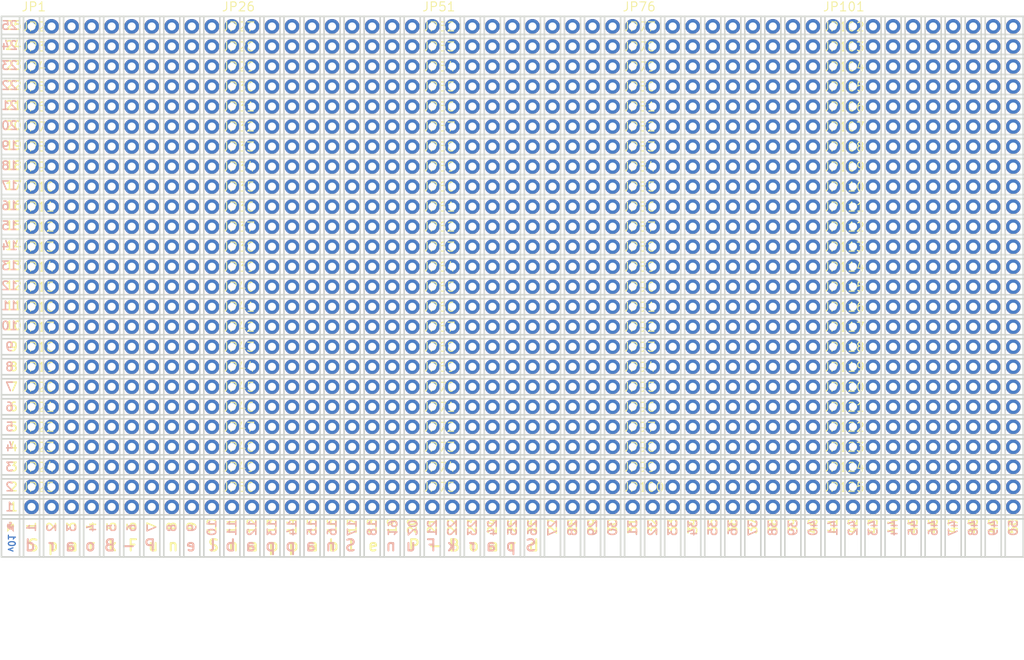
<source format=kicad_pcb>
(kicad_pcb (version 20211014) (generator pcbnew)
  (layers (0 "F.Cu" signal) (1 "In1.Cu" signal) (2 "In2.Cu" signal) (31 "B.Cu" signal) (34 "B.Paste" user) (35 "F.Paste" user) (36 "B.SilkS" user "B.Silkscreen") (37 "F.SilkS" user "F.Silkscreen") (38 "B.Mask" user) (39 "F.Mask" user) (44 "Edge.Cuts" user))
  (net 0 "")
  (footprint "boardEagle:1X10_NO_SILK" (layer "F.Cu") (at 138.3411 99.9236)
    (fp_text reference "JP62")
    (fp_text value "")
  )
  (footprint "boardEagle:1X10_NO_SILK" (layer "F.Cu") (at 189.1411 87.2236)
    (fp_text reference "JP107")
    (fp_text value "")
  )
  (footprint "boardEagle:1X10_NO_SILK" (layer "F.Cu") (at 87.5411 105.0036)
    (fp_text reference "JP14")
    (fp_text value "")
  )
  (footprint "boardEagle:1X10_NO_SILK" (layer "F.Cu") (at 112.9411 117.7036)
    (fp_text reference "JP44")
    (fp_text value "")
  )
  (footprint "boardEagle:1X10_NO_SILK" (layer "F.Cu") (at 138.3411 87.2236)
    (fp_text reference "JP57")
    (fp_text value "")
  )
  (footprint "boardEagle:1X10_NO_SILK" (layer "F.Cu") (at 112.9411 115.1636)
    (fp_text reference "JP43")
    (fp_text value "")
  )
  (footprint "boardEagle:1X10_NO_SILK" (layer "F.Cu") (at 112.9411 71.9836)
    (fp_text reference "JP26")
    (fp_text value "")
  )
  (footprint "boardEagle:1X10_NO_SILK" (layer "F.Cu") (at 87.5411 77.0636)
    (fp_text reference "JP3")
    (fp_text value "")
  )
  (footprint "boardEagle:1X10_NO_SILK" (layer "F.Cu") (at 87.5411 102.4636)
    (fp_text reference "JP13")
    (fp_text value "")
  )
  (footprint "boardEagle:1X10_NO_SILK" (layer "F.Cu") (at 112.9411 94.8436)
    (fp_text reference "JP35")
    (fp_text value "")
  )
  (footprint "boardEagle:1X10_NO_SILK" (layer "F.Cu") (at 189.1411 110.0836)
    (fp_text reference "JP116")
    (fp_text value "")
  )
  (footprint "boardEagle:1X10_NO_SILK" (layer "F.Cu") (at 138.3411 94.8436)
    (fp_text reference "JP60")
    (fp_text value "")
  )
  (footprint "boardEagle:1X10_NO_SILK" (layer "F.Cu") (at 163.7411 99.9236)
    (fp_text reference "JP87")
    (fp_text value "")
  )
  (footprint "boardEagle:1X10_NO_SILK" (layer "F.Cu") (at 87.5411 110.0836)
    (fp_text reference "JP16")
    (fp_text value "")
  )
  (footprint "boardEagle:1X10_NO_SILK" (layer "F.Cu") (at 189.1411 92.3036)
    (fp_text reference "JP109")
    (fp_text value "")
  )
  (footprint "boardEagle:1X10_NO_SILK" (layer "F.Cu") (at 87.5411 71.9836)
    (fp_text reference "JP1")
    (fp_text value "")
  )
  (footprint "boardEagle:1X10_NO_SILK" (layer "F.Cu") (at 163.7411 74.5236)
    (fp_text reference "JP77")
    (fp_text value "")
  )
  (footprint "boardEagle:1X10_NO_SILK" (layer "F.Cu") (at 138.3411 92.3036)
    (fp_text reference "JP59")
    (fp_text value "")
  )
  (footprint "boardEagle:1X10_NO_SILK" (layer "F.Cu") (at 87.5411 97.3836)
    (fp_text reference "JP11")
    (fp_text value "")
  )
  (footprint "boardEagle:1X10_NO_SILK" (layer "F.Cu") (at 138.3411 77.0636)
    (fp_text reference "JP53")
    (fp_text value "")
  )
  (footprint "boardEagle:1X10_NO_SILK" (layer "F.Cu") (at 189.1411 82.1436)
    (fp_text reference "JP105")
    (fp_text value "")
  )
  (footprint "boardEagle:1X10_NO_SILK" (layer "F.Cu") (at 87.5411 92.3036)
    (fp_text reference "JP9")
    (fp_text value "")
  )
  (footprint "boardEagle:1X10_NO_SILK" (layer "F.Cu") (at 87.5411 130.4036)
    (fp_text reference "JP24")
    (fp_text value "")
  )
  (footprint "boardEagle:1X10_NO_SILK" (layer "F.Cu") (at 138.3411 79.6036)
    (fp_text reference "JP54")
    (fp_text value "")
  )
  (footprint "boardEagle:1X10_NO_SILK" (layer "F.Cu") (at 87.5411 127.8636)
    (fp_text reference "JP23")
    (fp_text value "")
  )
  (footprint "boardEagle:1X10_NO_SILK" (layer "F.Cu") (at 163.7411 107.5436)
    (fp_text reference "JP90")
    (fp_text value "")
  )
  (footprint "boardEagle:1X10_NO_SILK" (layer "F.Cu") (at 112.9411 102.4636)
    (fp_text reference "JP38")
    (fp_text value "")
  )
  (footprint "boardEagle:1X10_NO_SILK" (layer "F.Cu") (at 163.7411 79.6036)
    (fp_text reference "JP79")
    (fp_text value "")
  )
  (footprint "boardEagle:1X10_NO_SILK" (layer "F.Cu") (at 189.1411 112.6236)
    (fp_text reference "JP117")
    (fp_text value "")
  )
  (footprint "boardEagle:1X10_NO_SILK" (layer "F.Cu") (at 87.5411 122.7836)
    (fp_text reference "JP21")
    (fp_text value "")
  )
  (footprint "boardEagle:1X10_NO_SILK" (layer "F.Cu") (at 138.3411 82.1436)
    (fp_text reference "JP55")
    (fp_text value "")
  )
  (footprint "boardEagle:1X10_NO_SILK" (layer "F.Cu") (at 87.5411 120.2436)
    (fp_text reference "JP20")
    (fp_text value "")
  )
  (footprint "boardEagle:1X10_NO_SILK" (layer "F.Cu") (at 189.1411 115.1636)
    (fp_text reference "JP118")
    (fp_text value "")
  )
  (footprint "boardEagle:1X10_NO_SILK" (layer "F.Cu") (at 189.1411 117.7036)
    (fp_text reference "JP119")
    (fp_text value "")
  )
  (footprint "boardEagle:1X10_NO_SILK" (layer "F.Cu") (at 163.7411 112.6236)
    (fp_text reference "JP92")
    (fp_text value "")
  )
  (footprint "boardEagle:1X10_NO_SILK" (layer "F.Cu") (at 87.5411 117.7036)
    (fp_text reference "JP19")
    (fp_text value "")
  )
  (footprint "boardEagle:1X10_NO_SILK" (layer "F.Cu") (at 163.7411 89.7636)
    (fp_text reference "JP83")
    (fp_text value "")
  )
  (footprint "boardEagle:1X10_NO_SILK" (layer "F.Cu") (at 163.7411 105.0036)
    (fp_text reference "JP89")
    (fp_text value "")
  )
  (footprint "boardEagle:1X10_NO_SILK" (layer "F.Cu") (at 112.9411 87.2236)
    (fp_text reference "JP32")
    (fp_text value "")
  )
  (footprint "boardEagle:1X10_NO_SILK" (layer "F.Cu") (at 112.9411 84.6836)
    (fp_text reference "JP31")
    (fp_text value "")
  )
  (footprint "boardEagle:1X10_NO_SILK" (layer "F.Cu") (at 87.5411 87.2236)
    (fp_text reference "JP7")
    (fp_text value "")
  )
  (footprint "boardEagle:1X10_NO_SILK" (layer "F.Cu") (at 189.1411 122.7836)
    (fp_text reference "JP121")
    (fp_text value "")
  )
  (footprint "boardEagle:1X10_NO_SILK" (layer "F.Cu") (at 138.3411 125.3236)
    (fp_text reference "JP72")
    (fp_text value "")
  )
  (footprint "boardEagle:1X10_NO_SILK" (layer "F.Cu") (at 189.1411 125.3236)
    (fp_text reference "JP122")
    (fp_text value "")
  )
  (footprint "boardEagle:1X10_NO_SILK" (layer "F.Cu") (at 163.7411 92.3036)
    (fp_text reference "JP84")
    (fp_text value "")
  )
  (footprint "boardEagle:1X10_NO_SILK" (layer "F.Cu") (at 112.9411 99.9236)
    (fp_text reference "JP37")
    (fp_text value "")
  )
  (footprint "boardEagle:1X10_NO_SILK" (layer "F.Cu") (at 189.1411 84.6836)
    (fp_text reference "JP106")
    (fp_text value "")
  )
  (footprint "boardEagle:1X10_NO_SILK" (layer "F.Cu") (at 138.3411 130.4036)
    (fp_text reference "JP74")
    (fp_text value "")
  )
  (footprint "boardEagle:1X10_NO_SILK" (layer "F.Cu") (at 112.9411 110.0836)
    (fp_text reference "JP41")
    (fp_text value "")
  )
  (footprint "boardEagle:1X10_NO_SILK" (layer "F.Cu") (at 87.5411 74.5236)
    (fp_text reference "JP2")
    (fp_text value "")
  )
  (footprint "boardEagle:1X10_NO_SILK" (layer "F.Cu") (at 112.9411 125.3236)
    (fp_text reference "JP47")
    (fp_text value "")
  )
  (footprint "boardEagle:1X10_NO_SILK" (layer "F.Cu") (at 163.7411 125.3236)
    (fp_text reference "JP97")
    (fp_text value "")
  )
  (footprint "boardEagle:1X10_NO_SILK" (layer "F.Cu") (at 112.9411 112.6236)
    (fp_text reference "JP42")
    (fp_text value "")
  )
  (footprint "boardEagle:1X10_NO_SILK" (layer "F.Cu") (at 87.5411 94.8436)
    (fp_text reference "JP10")
    (fp_text value "")
  )
  (footprint "boardEagle:1X10_NO_SILK" (layer "F.Cu") (at 189.1411 77.0636)
    (fp_text reference "JP103")
    (fp_text value "")
  )
  (footprint "boardEagle:1X10_NO_SILK" (layer "F.Cu") (at 189.1411 94.8436)
    (fp_text reference "JP110")
    (fp_text value "")
  )
  (footprint "boardEagle:1X10_NO_SILK" (layer "F.Cu") (at 112.9411 120.2436)
    (fp_text reference "JP45")
    (fp_text value "")
  )
  (footprint "boardEagle:1X10_NO_SILK" (layer "F.Cu") (at 163.7411 94.8436)
    (fp_text reference "JP85")
    (fp_text value "")
  )
  (footprint "boardEagle:1X10_NO_SILK" (layer "F.Cu") (at 112.9411 89.7636)
    (fp_text reference "JP33")
    (fp_text value "")
  )
  (footprint "boardEagle:1X10_NO_SILK" (layer "F.Cu") (at 112.9411 97.3836)
    (fp_text reference "JP36")
    (fp_text value "")
  )
  (footprint "boardEagle:1X10_NO_SILK" (layer "F.Cu") (at 87.5411 112.6236)
    (fp_text reference "JP17")
    (fp_text value "")
  )
  (footprint "boardEagle:1X10_NO_SILK" (layer "F.Cu") (at 189.1411 132.9436)
    (fp_text reference "JP125")
    (fp_text value "")
  )
  (footprint "boardEagle:1X10_NO_SILK" (layer "F.Cu") (at 112.9411 122.7836)
    (fp_text reference "JP46")
    (fp_text value "")
  )
  (footprint "boardEagle:1X10_NO_SILK" (layer "F.Cu") (at 163.7411 127.8636)
    (fp_text reference "JP98")
    (fp_text value "")
  )
  (footprint "boardEagle:1X10_NO_SILK" (layer "F.Cu") (at 87.5411 79.6036)
    (fp_text reference "JP4")
    (fp_text value "")
  )
  (footprint "boardEagle:1X10_NO_SILK" (layer "F.Cu") (at 112.9411 77.0636)
    (fp_text reference "JP28")
    (fp_text value "")
  )
  (footprint "boardEagle:1X10_NO_SILK" (layer "F.Cu") (at 87.5411 115.1636)
    (fp_text reference "JP18")
    (fp_text value "")
  )
  (footprint "boardEagle:1X10_NO_SILK" (layer "F.Cu") (at 138.3411 110.0836)
    (fp_text reference "JP66")
    (fp_text value "")
  )
  (footprint "boardEagle:1X10_NO_SILK" (layer "F.Cu") (at 189.1411 97.3836)
    (fp_text reference "JP111")
    (fp_text value "")
  )
  (footprint "boardEagle:1X10_NO_SILK" (layer "F.Cu") (at 138.3411 117.7036)
    (fp_text reference "JP69")
    (fp_text value "")
  )
  (footprint "boardEagle:1X10_NO_SILK" (layer "F.Cu") (at 189.1411 102.4636)
    (fp_text reference "JP113")
    (fp_text value "")
  )
  (footprint "boardEagle:1X10_NO_SILK" (layer "F.Cu") (at 112.9411 132.9436)
    (fp_text reference "JP50")
    (fp_text value "")
  )
  (footprint "boardEagle:1X10_NO_SILK" (layer "F.Cu") (at 138.3411 132.9436)
    (fp_text reference "JP75")
    (fp_text value "")
  )
  (footprint "boardEagle:1X10_NO_SILK" (layer "F.Cu") (at 138.3411 127.8636)
    (fp_text reference "JP73")
    (fp_text value "")
  )
  (footprint "boardEagle:1X10_NO_SILK" (layer "F.Cu") (at 163.7411 82.1436)
    (fp_text reference "JP80")
    (fp_text value "")
  )
  (footprint "boardEagle:1X10_NO_SILK" (layer "F.Cu") (at 163.7411 87.2236)
    (fp_text reference "JP82")
    (fp_text value "")
  )
  (footprint "boardEagle:1X10_NO_SILK" (layer "F.Cu") (at 138.3411 84.6836)
    (fp_text reference "JP56")
    (fp_text value "")
  )
  (footprint "boardEagle:1X10_NO_SILK" (layer "F.Cu") (at 112.9411 79.6036)
    (fp_text reference "JP29")
    (fp_text value "")
  )
  (footprint "boardEagle:1X10_NO_SILK" (layer "F.Cu") (at 138.3411 120.2436)
    (fp_text reference "JP70")
    (fp_text value "")
  )
  (footprint "boardEagle:1X10_NO_SILK" (layer "F.Cu") (at 138.3411 112.6236)
    (fp_text reference "JP67")
    (fp_text value "")
  )
  (footprint "boardEagle:1X10_NO_SILK" (layer "F.Cu") (at 163.7411 84.6836)
    (fp_text reference "JP81")
    (fp_text value "")
  )
  (footprint "boardEagle:1X10_NO_SILK" (layer "F.Cu") (at 138.3411 74.5236)
    (fp_text reference "JP52")
    (fp_text value "")
  )
  (footprint "boardEagle:1X10_NO_SILK" (layer "F.Cu") (at 87.5411 84.6836)
    (fp_text reference "JP6")
    (fp_text value "")
  )
  (footprint "boardEagle:1X10_NO_SILK" (layer "F.Cu") (at 112.9411 130.4036)
    (fp_text reference "JP49")
    (fp_text value "")
  )
  (footprint "boardEagle:1X10_NO_SILK" (layer "F.Cu") (at 163.7411 130.4036)
    (fp_text reference "JP99")
    (fp_text value "")
  )
  (footprint "boardEagle:1X10_NO_SILK" (layer "F.Cu") (at 87.5411 82.1436)
    (fp_text reference "JP5")
    (fp_text value "")
  )
  (footprint "boardEagle:1X10_NO_SILK" (layer "F.Cu") (at 112.9411 105.0036)
    (fp_text reference "JP39")
    (fp_text value "")
  )
  (footprint "boardEagle:1X10_NO_SILK" (layer "F.Cu") (at 112.9411 74.5236)
    (fp_text reference "JP27")
    (fp_text value "")
  )
  (footprint "boardEagle:SFE_LOGO_FLAME_.05" (layer "F.Cu") (at 84.1121 136.6266)
    (fp_text reference "LOGO1" hide)
    (fp_text value "SFE_LOGO_FLAME0.05_INCH" hide)
  )
  (footprint "boardEagle:1X10_NO_SILK" (layer "F.Cu") (at 112.9411 82.1436)
    (fp_text reference "JP30")
    (fp_text value "")
  )
  (footprint "boardEagle:1X10_NO_SILK" (layer "F.Cu") (at 87.5411 132.9436)
    (fp_text reference "JP25")
    (fp_text value "")
  )
  (footprint "boardEagle:1X10_NO_SILK" (layer "F.Cu") (at 163.7411 120.2436)
    (fp_text reference "JP95")
    (fp_text value "")
  )
  (footprint "boardEagle:1X10_NO_SILK" (layer "F.Cu") (at 189.1411 107.5436)
    (fp_text reference "JP115")
    (fp_text value "")
  )
  (footprint "boardEagle:1X10_NO_SILK" (layer "F.Cu") (at 138.3411 115.1636)
    (fp_text reference "JP68")
    (fp_text value "")
  )
  (footprint "boardEagle:1X10_NO_SILK" (layer "F.Cu") (at 163.7411 71.9836)
    (fp_text reference "JP76")
    (fp_text value "")
  )
  (footprint "boardEagle:1X10_NO_SILK" (layer "F.Cu") (at 163.7411 122.7836)
    (fp_text reference "JP96")
    (fp_text value "")
  )
  (footprint "boardEagle:1X10_NO_SILK" (layer "F.Cu") (at 138.3411 107.5436)
    (fp_text reference "JP65")
    (fp_text value "")
  )
  (footprint "boardEagle:1X10_NO_SILK" (layer "F.Cu") (at 87.5411 89.7636)
    (fp_text reference "JP8")
    (fp_text value "")
  )
  (footprint "boardEagle:1X10_NO_SILK" (layer "F.Cu") (at 87.5411 99.9236)
    (fp_text reference "JP12")
    (fp_text value "")
  )
  (footprint "boardEagle:1X10_NO_SILK" (layer "F.Cu") (at 112.9411 92.3036)
    (fp_text reference "JP34")
    (fp_text value "")
  )
  (footprint "boardEagle:1X10_NO_SILK" (layer "F.Cu") (at 163.7411 132.9436)
    (fp_text reference "JP100")
    (fp_text value "")
  )
  (footprint "boardEagle:1X10_NO_SILK" (layer "F.Cu") (at 189.1411 71.9836)
    (fp_text reference "JP101")
    (fp_text value "")
  )
  (footprint "boardEagle:1X10_NO_SILK" (layer "F.Cu") (at 138.3411 71.9836)
    (fp_text reference "JP51")
    (fp_text value "")
  )
  (footprint "boardEagle:1X10_NO_SILK" (layer "F.Cu") (at 189.1411 89.7636)
    (fp_text reference "JP108")
    (fp_text value "")
  )
  (footprint "boardEagle:1X10_NO_SILK" (layer "F.Cu") (at 189.1411 105.0036)
    (fp_text reference "JP114")
    (fp_text value "")
  )
  (footprint "boardEagle:1X10_NO_SILK" (layer "F.Cu") (at 163.7411 102.4636)
    (fp_text reference "JP88")
    (fp_text value "")
  )
  (footprint "boardEagle:1X10_NO_SILK" (layer "F.Cu") (at 138.3411 89.7636)
    (fp_text reference "JP58")
    (fp_text value "")
  )
  (footprint "boardEagle:1X10_NO_SILK" (layer "F.Cu") (at 163.7411 97.3836)
    (fp_text reference "JP86")
    (fp_text value "")
  )
  (footprint "boardEagle:1X10_NO_SILK" (layer "F.Cu") (at 189.1411 127.8636)
    (fp_text reference "JP123")
    (fp_text value "")
  )
  (footprint "boardEagle:1X10_NO_SILK" (layer "F.Cu") (at 189.1411 99.9236)
    (fp_text reference "JP112")
    (fp_text value "")
  )
  (footprint "boardEagle:1X10_NO_SILK" (layer "F.Cu") (at 163.7411 77.0636)
    (fp_text reference "JP78")
    (fp_text value "")
  )
  (footprint "boardEagle:1X10_NO_SILK" (layer "F.Cu") (at 138.3411 122.7836)
    (fp_text reference "JP71")
    (fp_text value "")
  )
  (footprint "boardEagle:1X10_NO_SILK" (layer "F.Cu") (at 189.1411 79.6036)
    (fp_text reference "JP104")
    (fp_text value "")
  )
  (footprint "boardEagle:1X10_NO_SILK" (layer "F.Cu") (at 189.1411 130.4036)
    (fp_text reference "JP124")
    (fp_text value "")
  )
  (footprint "boardEagle:1X10_NO_SILK" (layer "F.Cu") (at 189.1411 74.5236)
    (fp_text reference "JP102")
    (fp_text value "")
  )
  (footprint "boardEagle:1X10_NO_SILK" (layer "F.Cu") (at 112.9411 107.5436)
    (fp_text reference "JP40")
    (fp_text value "")
  )
  (footprint "boardEagle:1X10_NO_SILK" (layer "F.Cu") (at 87.5411 107.5436)
    (fp_text reference "JP15")
    (fp_text value "")
  )
  (footprint "boardEagle:CREATIVE_COMMONS" (layer "F.Cu") (at 106.5911 151.9936)
    (fp_text reference "FRAME1" hide)
    (fp_text value "FRAME-LEDGER" hide)
  )
  (footprint "boardEagle:1X10_NO_SILK" (layer "F.Cu") (at 163.7411 117.7036)
    (fp_text reference "JP94")
    (fp_text value "")
  )
  (footprint "boardEagle:1X10_NO_SILK" (layer "F.Cu") (at 163.7411 115.1636)
    (fp_text reference "JP93")
    (fp_text value "")
  )
  (footprint "boardEagle:1X10_NO_SILK" (layer "F.Cu") (at 87.5411 125.3236)
    (fp_text reference "JP22")
    (fp_text value "")
  )
  (footprint "boardEagle:1X10_NO_SILK" (layer "F.Cu") (at 138.3411 97.3836)
    (fp_text reference "JP61")
    (fp_text value "")
  )
  (footprint "boardEagle:1X10_NO_SILK" (layer "F.Cu") (at 138.3411 102.4636)
    (fp_text reference "JP63")
    (fp_text value "")
  )
  (footprint "boardEagle:1X10_NO_SILK" (layer "F.Cu") (at 138.3411 105.0036)
    (fp_text reference "JP64")
    (fp_text value "")
  )
  (footprint "boardEagle:1X10_NO_SILK" (layer "F.Cu") (at 163.7411 110.0836)
    (fp_text reference "JP91")
    (fp_text value "")
  )
  (footprint "boardEagle:1X10_NO_SILK" (layer "F.Cu") (at 112.9411 127.8636)
    (fp_text reference "JP48")
    (fp_text value "")
  )
  (footprint "boardEagle:1X10_NO_SILK" (layer "F.Cu") (at 189.1411 120.2436)
    (fp_text reference "JP120")
    (fp_text value "")
  )
  (footprint "boardEagle:SFE_LOGO_FLAME_.05" (layer "B.Cu") (at 85.6361 136.6266 180)
    (fp_text reference "LOGO2" hide)
    (fp_text value "SFE_LOGO_FLAME0.05_INCH" hide)
  )
  (gr_line (start 177.9651 70.7136) (end 179.9971 70.7136) (layer "Edge.Cuts") (width 0.2032))
  (gr_line (start 164.7571 139.2936) (end 164.7571 70.7136) (layer "Edge.Cuts") (width 0.2032))
  (gr_line (start 142.4051 139.2936) (end 141.8971 139.2936) (layer "Edge.Cuts") (width 0.2032))
  (gr_line (start 83.7311 88.7476) (end 213.2711 88.7476) (layer "Edge.Cuts") (width 0.2032))
  (gr_line (start 213.2711 81.1276) (end 213.2711 83.1596) (layer "Edge.Cuts") (width 0.2032))
  (gr_line (start 83.7311 116.1796) (end 213.2711 116.1796) (layer "Edge.Cuts") (width 0.2032))
  (gr_line (start 213.2711 131.4196) (end 213.2711 131.9276) (layer "Edge.Cuts") (width 0.2032))
  (gr_line (start 203.3651 139.2936) (end 202.8571 139.2936) (layer "Edge.Cuts") (width 0.2032))
  (gr_line (start 119.5451 70.7136) (end 119.5451 139.2936) (layer "Edge.Cuts") (width 0.2032))
  (gr_line (start 132.2451 70.7136) (end 132.2451 139.2936) (layer "Edge.Cuts") (width 0.2032))
  (gr_line (start 86.5251 70.7136) (end 88.5571 70.7136) (layer "Edge.Cuts") (width 0.2032))
  (gr_line (start 108.8771 70.7136) (end 109.3851 70.7136) (layer "Edge.Cuts") (width 0.2032))
  (gr_line (start 152.5651 70.7136) (end 154.5971 70.7136) (layer "Edge.Cuts") (width 0.2032))
  (gr_line (start 162.7251 70.7136) (end 164.7571 70.7136) (layer "Edge.Cuts") (width 0.2032))
  (gr_line (start 83.7311 108.5596) (end 83.7311 106.5276) (layer "Edge.Cuts") (width 0.2032))
  (gr_line (start 213.2711 119.2276) (end 213.2711 121.2596) (layer "Edge.Cuts") (width 0.2032))
  (gr_line (start 154.5971 139.2936) (end 152.5651 139.2936) (layer "Edge.Cuts") (width 0.2032))
  (gr_line (start 213.2711 88.2396) (end 213.2711 88.7476) (layer "Edge.Cuts") (width 0.2032))
  (gr_line (start 131.7371 139.2936) (end 131.7371 70.7136) (layer "Edge.Cuts") (width 0.2032))
  (gr_line (start 213.2711 126.3396) (end 213.2711 126.8476) (layer "Edge.Cuts") (width 0.2032))
  (gr_line (start 185.5851 70.7136) (end 187.6171 70.7136) (layer "Edge.Cuts") (width 0.2032))
  (gr_line (start 195.2371 70.7136) (end 195.7451 70.7136) (layer "Edge.Cuts") (width 0.2032))
  (gr_line (start 203.3651 70.7136) (end 205.3971 70.7136) (layer "Edge.Cuts") (width 0.2032))
  (gr_line (start 129.1971 70.7136) (end 129.7051 70.7136) (layer "Edge.Cuts") (width 0.2032))
  (gr_line (start 213.2711 88.7476) (end 213.2711 90.7796) (layer "Edge.Cuts") (width 0.2032))
  (gr_line (start 83.7311 93.3196) (end 83.7311 91.2876) (layer "Edge.Cuts") (width 0.2032))
  (gr_line (start 111.4171 70.7136) (end 111.9251 70.7136) (layer "Edge.Cuts") (width 0.2032))
  (gr_line (start 83.7311 76.0476) (end 213.2711 76.0476) (layer "Edge.Cuts") (width 0.2032))
  (gr_line (start 147.4851 70.7136) (end 147.4851 139.2936) (layer "Edge.Cuts") (width 0.2032))
  (gr_line (start 193.2051 70.7136) (end 195.2371 70.7136) (layer "Edge.Cuts") (width 0.2032))
  (gr_line (start 117.0051 70.7136) (end 117.0051 139.2936) (layer "Edge.Cuts") (width 0.2032))
  (gr_line (start 213.2711 83.6676) (end 213.2711 85.6996) (layer "Edge.Cuts") (width 0.2032))
  (gr_line (start 213.2711 72.9996) (end 213.2711 73.5076) (layer "Edge.Cuts") (width 0.2032))
  (gr_line (start 179.9971 139.2936) (end 177.9651 139.2936) (layer "Edge.Cuts") (width 0.2032))
  (gr_line (start 93.6371 70.7136) (end 94.1451 70.7136) (layer "Edge.Cuts") (width 0.2032))
  (gr_line (start 165.2651 70.7136) (end 167.2971 70.7136) (layer "Edge.Cuts") (width 0.2032))
  (gr_line (start 150.0251 139.2936) (end 149.5171 139.2936) (layer "Edge.Cuts") (width 0.2032))
  (gr_line (start 208.4451 70.7136) (end 210.4771 70.7136) (layer "Edge.Cuts") (width 0.2032))
  (gr_line (start 86.5251 70.7136) (end 86.5251 139.2936) (layer "Edge.Cuts") (width 0.2032))
  (gr_line (start 208.4451 139.2936) (end 207.9371 139.2936) (layer "Edge.Cuts") (width 0.2032))
  (gr_line (start 114.4651 139.2936) (end 113.9571 139.2936) (layer "Edge.Cuts") (width 0.2032))
  (gr_line (start 83.7311 72.9996) (end 83.7311 70.7136) (layer "Edge.Cuts") (width 0.2032))
  (gr_line (start 190.6651 70.7136) (end 192.6971 70.7136) (layer "Edge.Cuts") (width 0.2032))
  (gr_line (start 139.3571 139.2936) (end 137.3251 139.2936) (layer "Edge.Cuts") (width 0.2032))
  (gr_line (start 101.2571 70.7136) (end 101.7651 70.7136) (layer "Edge.Cuts") (width 0.2032))
  (gr_line (start 213.2711 95.8596) (end 213.2711 96.3676) (layer "Edge.Cuts") (width 0.2032))
  (gr_line (start 136.8171 139.2936) (end 136.8171 70.7136) (layer "Edge.Cuts") (width 0.2032))
  (gr_line (start 129.7051 139.2936) (end 129.1971 139.2936) (layer "Edge.Cuts") (width 0.2032))
  (gr_line (start 113.9571 139.2936) (end 113.9571 70.7136) (layer "Edge.Cuts") (width 0.2032))
  (gr_line (start 190.6651 139.2936) (end 190.1571 139.2936) (layer "Edge.Cuts") (width 0.2032))
  (gr_line (start 83.7311 103.4796) (end 83.7311 101.4476) (layer "Edge.Cuts") (width 0.2032))
  (gr_line (start 210.4771 70.7136) (end 210.9851 70.7136) (layer "Edge.Cuts") (width 0.2032))
  (gr_line (start 180.5051 70.7136) (end 180.5051 139.2936) (layer "Edge.Cuts") (width 0.2032))
  (gr_line (start 213.2711 78.5876) (end 213.2711 80.6196) (layer "Edge.Cuts") (width 0.2032))
  (gr_line (start 167.2971 139.2936) (end 165.2651 139.2936) (layer "Edge.Cuts") (width 0.2032))
  (gr_line (start 177.4571 139.2936) (end 177.4571 70.7136) (layer "Edge.Cuts") (width 0.2032))
  (gr_line (start 126.6571 70.7136) (end 127.1651 70.7136) (layer "Edge.Cuts") (width 0.2032))
  (gr_line (start 188.1251 70.7136) (end 190.1571 70.7136) (layer "Edge.Cuts") (width 0.2032))
  (gr_line (start 200.8251 139.2936) (end 200.3171 139.2936) (layer "Edge.Cuts") (width 0.2032))
  (gr_line (start 109.3851 70.7136) (end 111.4171 70.7136) (layer "Edge.Cuts") (width 0.2032))
  (gr_line (start 170.3451 70.7136) (end 170.3451 139.2936) (layer "Edge.Cuts") (width 0.2032))
  (gr_line (start 164.7571 139.2936) (end 162.7251 139.2936) (layer "Edge.Cuts") (width 0.2032))
  (gr_line (start 83.7311 111.6076) (end 83.7311 111.0996) (layer "Edge.Cuts") (width 0.2032))
  (gr_line (start 162.7251 139.2936) (end 162.2171 139.2936) (layer "Edge.Cuts") (width 0.2032))
  (gr_line (start 96.1771 70.7136) (end 96.6851 70.7136) (layer "Edge.Cuts") (width 0.2032))
  (gr_line (start 83.7311 83.1596) (end 213.2711 83.1596) (layer "Edge.Cuts") (width 0.2032))
  (gr_line (start 83.7311 103.9876) (end 213.2711 103.9876) (layer "Edge.Cuts") (width 0.2032))
  (gr_line (start 83.7311 126.3396) (end 83.7311 124.3076) (layer "Edge.Cuts") (width 0.2032))
  (gr_line (start 83.7311 139.2936) (end 83.7311 134.4676) (layer "Edge.Cuts") (width 0.2032))
  (gr_line (start 88.5571 70.7136) (end 89.0651 70.7136) (layer "Edge.Cuts") (width 0.2032))
  (gr_line (start 101.7651 70.7136) (end 101.7651 139.2936) (layer "Edge.Cuts") (width 0.2032))
  (gr_line (start 139.3571 139.2936) (end 139.3571 70.7136) (layer "Edge.Cuts") (width 0.2032))
  (gr_line (start 86.0171 139.2936) (end 86.0171 70.7136) (layer "Edge.Cuts") (width 0.2032))
  (gr_line (start 83.7311 98.9076) (end 213.2711 98.9076) (layer "Edge.Cuts") (width 0.2032))
  (gr_line (start 213.2711 73.5076) (end 213.2711 75.5396) (layer "Edge.Cuts") (width 0.2032))
  (gr_line (start 172.3771 139.2936) (end 170.3451 139.2936) (layer "Edge.Cuts") (width 0.2032))
  (gr_line (start 106.3371 139.2936) (end 106.3371 70.7136) (layer "Edge.Cuts") (width 0.2032))
  (gr_line (start 83.7311 78.5876) (end 213.2711 78.5876) (layer "Edge.Cuts") (width 0.2032))
  (gr_line (start 83.7311 86.2076) (end 213.2711 86.2076) (layer "Edge.Cuts") (width 0.2032))
  (gr_line (start 152.0571 139.2936) (end 150.0251 139.2936) (layer "Edge.Cuts") (width 0.2032))
  (gr_line (start 137.3251 70.7136) (end 139.3571 70.7136) (layer "Edge.Cuts") (width 0.2032))
  (gr_line (start 83.7311 119.2276) (end 213.2711 119.2276) (layer "Edge.Cuts") (width 0.2032))
  (gr_line (start 101.2571 139.2936) (end 101.2571 70.7136) (layer "Edge.Cuts") (width 0.2032))
  (gr_line (start 207.9371 139.2936) (end 207.9371 70.7136) (layer "Edge.Cuts") (width 0.2032))
  (gr_line (start 213.2711 100.9396) (end 213.2711 101.4476) (layer "Edge.Cuts") (width 0.2032))
  (gr_line (start 83.7311 103.9876) (end 83.7311 103.4796) (layer "Edge.Cuts") (width 0.2032))
  (gr_line (start 175.4251 70.7136) (end 177.4571 70.7136) (layer "Edge.Cuts") (width 0.2032))
  (gr_line (start 89.0651 139.2936) (end 88.5571 139.2936) (layer "Edge.Cuts") (width 0.2032))
  (gr_line (start 106.3371 70.7136) (end 106.8451 70.7136) (layer "Edge.Cuts") (width 0.2032))
  (gr_line (start 195.2371 139.2936) (end 195.2371 70.7136) (layer "Edge.Cuts") (width 0.2032))
  (gr_line (start 91.6051 139.2936) (end 91.0971 139.2936) (layer "Edge.Cuts") (width 0.2032))
  (gr_line (start 159.6771 139.2936) (end 157.6451 139.2936) (layer "Edge.Cuts") (width 0.2032))
  (gr_line (start 111.9251 139.2936) (end 111.4171 139.2936) (layer "Edge.Cuts") (width 0.2032))
  (gr_line (start 149.5171 139.2936) (end 147.4851 139.2936) (layer "Edge.Cuts") (width 0.2032))
  (gr_line (start 83.7311 78.5876) (end 83.7311 78.0796) (layer "Edge.Cuts") (width 0.2032))
  (gr_line (start 152.0571 139.2936) (end 152.0571 70.7136) (layer "Edge.Cuts") (width 0.2032))
  (gr_line (start 83.7311 101.4476) (end 83.7311 100.9396) (layer "Edge.Cuts") (width 0.2032))
  (gr_line (start 83.7311 98.3996) (end 213.2711 98.3996) (layer "Edge.Cuts") (width 0.2032))
  (gr_line (start 185.0771 139.2936) (end 185.0771 70.7136) (layer "Edge.Cuts") (width 0.2032))
  (gr_line (start 205.9051 70.7136) (end 205.9051 139.2936) (layer "Edge.Cuts") (width 0.2032))
  (gr_line (start 83.7311 109.0676) (end 83.7311 108.5596) (layer "Edge.Cuts") (width 0.2032))
  (gr_line (start 94.1451 70.7136) (end 96.1771 70.7136) (layer "Edge.Cuts") (width 0.2032))
  (gr_line (start 83.7311 121.2596) (end 213.2711 121.2596) (layer "Edge.Cuts") (width 0.2032))
  (gr_line (start 152.5651 139.2936) (end 152.0571 139.2936) (layer "Edge.Cuts") (width 0.2032))
  (gr_line (start 144.9451 139.2936) (end 144.4371 139.2936) (layer "Edge.Cuts") (width 0.2032))
  (gr_line (start 162.2171 70.7136) (end 162.7251 70.7136) (layer "Edge.Cuts") (width 0.2032))
  (gr_line (start 172.3771 70.7136) (end 172.8851 70.7136) (layer "Edge.Cuts") (width 0.2032))
  (gr_line (start 213.2711 101.4476) (end 213.2711 103.4796) (layer "Edge.Cuts") (width 0.2032))
  (gr_line (start 146.9771 70.7136) (end 147.4851 70.7136) (layer "Edge.Cuts") (width 0.2032))
  (gr_line (start 121.5771 70.7136) (end 122.0851 70.7136) (layer "Edge.Cuts") (width 0.2032))
  (gr_line (start 139.3571 70.7136) (end 139.8651 70.7136) (layer "Edge.Cuts") (width 0.2032))
  (gr_line (start 83.7311 108.5596) (end 213.2711 108.5596) (layer "Edge.Cuts") (width 0.2032))
  (gr_line (start 210.4771 139.2936) (end 210.4771 70.7136) (layer "Edge.Cuts") (width 0.2032))
  (gr_line (start 182.5371 139.2936) (end 182.5371 70.7136) (layer "Edge.Cuts") (width 0.2032))
  (gr_line (start 213.2711 133.9596) (end 213.2711 134.4676) (layer "Edge.Cuts") (width 0.2032))
  (gr_line (start 213.2711 123.7996) (end 213.2711 124.3076) (layer "Edge.Cuts") (width 0.2032))
  (gr_line (start 213.2711 103.9876) (end 213.2711 106.0196) (layer "Edge.Cuts") (width 0.2032))
  (gr_line (start 200.8251 70.7136) (end 202.8571 70.7136) (layer "Edge.Cuts") (width 0.2032))
  (gr_line (start 83.7311 95.8596) (end 83.7311 93.8276) (layer "Edge.Cuts") (width 0.2032))
  (gr_line (start 213.2711 103.4796) (end 213.2711 103.9876) (layer "Edge.Cuts") (width 0.2032))
  (gr_line (start 177.4571 139.2936) (end 175.4251 139.2936) (layer "Edge.Cuts") (width 0.2032))
  (gr_line (start 213.2711 113.6396) (end 213.2711 114.1476) (layer "Edge.Cuts") (width 0.2032))
  (gr_line (start 83.7311 100.9396) (end 83.7311 98.9076) (layer "Edge.Cuts") (width 0.2032))
  (gr_line (start 192.6971 139.2936) (end 190.6651 139.2936) (layer "Edge.Cuts") (width 0.2032))
  (gr_line (start 162.2171 139.2936) (end 160.1851 139.2936) (layer "Edge.Cuts") (width 0.2032))
  (gr_line (start 137.3251 70.7136) (end 137.3251 139.2936) (layer "Edge.Cuts") (width 0.2032))
  (gr_line (start 83.7311 126.8476) (end 213.2711 126.8476) (layer "Edge.Cuts") (width 0.2032))
  (gr_line (start 83.7311 88.2396) (end 83.7311 86.2076) (layer "Edge.Cuts") (width 0.2032))
  (gr_line (start 141.8971 139.2936) (end 139.8651 139.2936) (layer "Edge.Cuts") (width 0.2032))
  (gr_line (start 152.5651 70.7136) (end 152.5651 139.2936) (layer "Edge.Cuts") (width 0.2032))
  (gr_line (start 159.6771 70.7136) (end 160.1851 70.7136) (layer "Edge.Cuts") (width 0.2032))
  (gr_line (start 200.3171 139.2936) (end 200.3171 70.7136) (layer "Edge.Cuts") (width 0.2032))
  (gr_line (start 172.8851 70.7136) (end 172.8851 139.2936) (layer "Edge.Cuts") (width 0.2032))
  (gr_line (start 83.7311 111.0996) (end 213.2711 111.0996) (layer "Edge.Cuts") (width 0.2032))
  (gr_line (start 83.7311 131.9276) (end 83.7311 131.4196) (layer "Edge.Cuts") (width 0.2032))
  (gr_line (start 177.9651 139.2936) (end 177.4571 139.2936) (layer "Edge.Cuts") (width 0.2032))
  (gr_line (start 210.9851 70.7136) (end 213.2711 70.7136) (layer "Edge.Cuts") (width 0.2032))
  (gr_line (start 188.1251 139.2936) (end 187.6171 139.2936) (layer "Edge.Cuts") (width 0.2032))
  (gr_line (start 195.7451 139.2936) (end 195.2371 139.2936) (layer "Edge.Cuts") (width 0.2032))
  (gr_line (start 205.3971 70.7136) (end 205.9051 70.7136) (layer "Edge.Cuts") (width 0.2032))
  (gr_line (start 117.0051 70.7136) (end 119.0371 70.7136) (layer "Edge.Cuts") (width 0.2032))
  (gr_line (start 83.7311 101.4476) (end 213.2711 101.4476) (layer "Edge.Cuts") (width 0.2032))
  (gr_line (start 91.0971 70.7136) (end 91.6051 70.7136) (layer "Edge.Cuts") (width 0.2032))
  (gr_line (start 183.0451 139.2936) (end 182.5371 139.2936) (layer "Edge.Cuts") (width 0.2032))
  (gr_line (start 83.7311 91.2876) (end 83.7311 90.7796) (layer "Edge.Cuts") (width 0.2032))
  (gr_line (start 167.8051 139.2936) (end 167.2971 139.2936) (layer "Edge.Cuts") (width 0.2032))
  (gr_line (start 190.6651 70.7136) (end 190.6651 139.2936) (layer "Edge.Cuts") (width 0.2032))
  (gr_line (start 213.2711 121.2596) (end 213.2711 121.7676) (layer "Edge.Cuts") (width 0.2032))
  (gr_line (start 200.8251 70.7136) (end 200.8251 139.2936) (layer "Edge.Cuts") (width 0.2032))
  (gr_line (start 150.0251 70.7136) (end 152.0571 70.7136) (layer "Edge.Cuts") (width 0.2032))
  (gr_line (start 162.7251 70.7136) (end 162.7251 139.2936) (layer "Edge.Cuts") (width 0.2032))
  (gr_line (start 179.9971 139.2936) (end 179.9971 70.7136) (layer "Edge.Cuts") (width 0.2032))
  (gr_line (start 131.7371 139.2936) (end 129.7051 139.2936) (layer "Edge.Cuts") (width 0.2032))
  (gr_line (start 195.2371 139.2936) (end 193.2051 139.2936) (layer "Edge.Cuts") (width 0.2032))
  (gr_line (start 119.0371 139.2936) (end 119.0371 70.7136) (layer "Edge.Cuts") (width 0.2032))
  (gr_line (start 89.0651 70.7136) (end 91.0971 70.7136) (layer "Edge.Cuts") (width 0.2032))
  (gr_line (start 193.2051 139.2936) (end 192.6971 139.2936) (layer "Edge.Cuts") (width 0.2032))
  (gr_line (start 213.2711 114.1476) (end 213.2711 116.1796) (layer "Edge.Cuts") (width 0.2032))
  (gr_line (start 213.2711 134.4676) (end 213.2711 139.2936) (layer "Edge.Cuts") (width 0.2032))
  (gr_line (start 89.0651 70.7136) (end 89.0651 139.2936) (layer "Edge.Cuts") (width 0.2032))
  (gr_line (start 160.1851 70.7136) (end 160.1851 139.2936) (layer "Edge.Cuts") (width 0.2032))
  (gr_line (start 213.2711 116.1796) (end 213.2711 116.6876) (layer "Edge.Cuts") (width 0.2032))
  (gr_line (start 88.5571 139.2936) (end 88.5571 70.7136) (layer "Edge.Cuts") (width 0.2032))
  (gr_line (start 96.1771 139.2936) (end 96.1771 70.7136) (layer "Edge.Cuts") (width 0.2032))
  (gr_line (start 169.8371 70.7136) (end 170.3451 70.7136) (layer "Edge.Cuts") (width 0.2032))
  (gr_line (start 213.2711 96.3676) (end 213.2711 98.3996) (layer "Edge.Cuts") (width 0.2032))
  (gr_line (start 111.9251 70.7136) (end 113.9571 70.7136) (layer "Edge.Cuts") (width 0.2032))
  (gr_line (start 139.8651 70.7136) (end 139.8651 139.2936) (layer "Edge.Cuts") (width 0.2032))
  (gr_line (start 179.9971 70.7136) (end 180.5051 70.7136) (layer "Edge.Cuts") (width 0.2032))
  (gr_line (start 213.2711 116.6876) (end 213.2711 118.7196) (layer "Edge.Cuts") (width 0.2032))
  (gr_line (start 111.4171 139.2936) (end 109.3851 139.2936) (layer "Edge.Cuts") (width 0.2032))
  (gr_line (start 83.7311 129.3876) (end 83.7311 128.8796) (layer "Edge.Cuts") (width 0.2032))
  (gr_line (start 213.2711 93.3196) (end 213.2711 93.8276) (layer "Edge.Cuts") (width 0.2032))
  (gr_line (start 108.8771 139.2936) (end 108.8771 70.7136) (layer "Edge.Cuts") (width 0.2032))
  (gr_line (start 83.7311 78.0796) (end 83.7311 76.0476) (layer "Edge.Cuts") (width 0.2032))
  (gr_line (start 165.2651 139.2936) (end 164.7571 139.2936) (layer "Edge.Cuts") (width 0.2032))
  (gr_line (start 94.1451 70.7136) (end 94.1451 139.2936) (layer "Edge.Cuts") (width 0.2032))
  (gr_line (start 198.2851 139.2936) (end 197.7771 139.2936) (layer "Edge.Cuts") (width 0.2032))
  (gr_line (start 83.7311 75.5396) (end 213.2711 75.5396) (layer "Edge.Cuts") (width 0.2032))
  (gr_line (start 164.7571 70.7136) (end 165.2651 70.7136) (layer "Edge.Cuts") (width 0.2032))
  (gr_line (start 146.9771 139.2936) (end 144.9451 139.2936) (layer "Edge.Cuts") (width 0.2032))
  (gr_line (start 188.1251 70.7136) (end 188.1251 139.2936) (layer "Edge.Cuts") (width 0.2032))
  (gr_line (start 91.6051 70.7136) (end 93.6371 70.7136) (layer "Edge.Cuts") (width 0.2032))
  (gr_line (start 154.5971 139.2936) (end 154.5971 70.7136) (layer "Edge.Cuts") (width 0.2032))
  (gr_line (start 144.4371 139.2936) (end 144.4371 70.7136) (layer "Edge.Cuts") (width 0.2032))
  (gr_line (start 117.0051 139.2936) (end 116.4971 139.2936) (layer "Edge.Cuts") (width 0.2032))
  (gr_line (start 83.7311 126.8476) (end 83.7311 126.3396) (layer "Edge.Cuts") (width 0.2032))
  (gr_line (start 83.7311 121.7676) (end 83.7311 121.2596) (layer "Edge.Cuts") (width 0.2032))
  (gr_line (start 205.9051 70.7136) (end 207.9371 70.7136) (layer "Edge.Cuts") (width 0.2032))
  (gr_line (start 157.1371 139.2936) (end 157.1371 70.7136) (layer "Edge.Cuts") (width 0.2032))
  (gr_line (start 167.8051 70.7136) (end 169.8371 70.7136) (layer "Edge.Cuts") (width 0.2032))
  (gr_line (start 147.4851 70.7136) (end 149.5171 70.7136) (layer "Edge.Cuts") (width 0.2032))
  (gr_line (start 83.7311 121.2596) (end 83.7311 119.2276) (layer "Edge.Cuts") (width 0.2032))
  (gr_line (start 122.0851 139.2936) (end 121.5771 139.2936) (layer "Edge.Cuts") (width 0.2032))
  (gr_line (start 144.4371 70.7136) (end 144.9451 70.7136) (layer "Edge.Cuts") (width 0.2032))
  (gr_line (start 172.3771 139.2936) (end 172.3771 70.7136) (layer "Edge.Cuts") (width 0.2032))
  (gr_line (start 119.0371 139.2936) (end 117.0051 139.2936) (layer "Edge.Cuts") (width 0.2032))
  (gr_line (start 139.8651 70.7136) (end 141.8971 70.7136) (layer "Edge.Cuts") (width 0.2032))
  (gr_line (start 157.6451 70.7136) (end 157.6451 139.2936) (layer "Edge.Cuts") (width 0.2032))
  (gr_line (start 185.0771 70.7136) (end 185.5851 70.7136) (layer "Edge.Cuts") (width 0.2032))
  (gr_line (start 142.4051 70.7136) (end 144.4371 70.7136) (layer "Edge.Cuts") (width 0.2032))
  (gr_line (start 190.1571 139.2936) (end 190.1571 70.7136) (layer "Edge.Cuts") (width 0.2032))
  (gr_line (start 83.7311 128.8796) (end 83.7311 126.8476) (layer "Edge.Cuts") (width 0.2032))
  (gr_line (start 198.2851 70.7136) (end 198.2851 139.2936) (layer "Edge.Cuts") (width 0.2032))
  (gr_line (start 106.8451 139.2936) (end 106.3371 139.2936) (layer "Edge.Cuts") (width 0.2032))
  (gr_line (start 99.2251 139.2936) (end 98.7171 139.2936) (layer "Edge.Cuts") (width 0.2032))
  (gr_line (start 149.5171 139.2936) (end 149.5171 70.7136) (layer "Edge.Cuts") (width 0.2032))
  (gr_line (start 213.2711 78.0796) (end 213.2711 78.5876) (layer "Edge.Cuts") (width 0.2032))
  (gr_line (start 187.6171 139.2936) (end 187.6171 70.7136) (layer "Edge.Cuts") (width 0.2032))
  (gr_line (start 127.1651 139.2936) (end 126.6571 139.2936) (layer "Edge.Cuts") (width 0.2032))
  (gr_line (start 83.7311 123.7996) (end 83.7311 121.7676) (layer "Edge.Cuts") (width 0.2032))
  (gr_line (start 111.9251 70.7136) (end 111.9251 139.2936) (layer "Edge.Cuts") (width 0.2032))
  (gr_line (start 175.4251 70.7136) (end 175.4251 139.2936) (layer "Edge.Cuts") (width 0.2032))
  (gr_line (start 98.7171 139.2936) (end 96.6851 139.2936) (layer "Edge.Cuts") (width 0.2032))
  (gr_line (start 167.2971 139.2936) (end 167.2971 70.7136) (layer "Edge.Cuts") (width 0.2032))
  (gr_line (start 183.0451 70.7136) (end 183.0451 139.2936) (layer "Edge.Cuts") (width 0.2032))
  (gr_line (start 119.5451 139.2936) (end 119.0371 139.2936) (layer "Edge.Cuts") (width 0.2032))
  (gr_line (start 83.7311 81.1276) (end 213.2711 81.1276) (layer "Edge.Cuts") (width 0.2032))
  (gr_line (start 93.6371 139.2936) (end 93.6371 70.7136) (layer "Edge.Cuts") (width 0.2032))
  (gr_line (start 101.7651 70.7136) (end 103.7971 70.7136) (layer "Edge.Cuts") (width 0.2032))
  (gr_line (start 170.3451 70.7136) (end 172.3771 70.7136) (layer "Edge.Cuts") (width 0.2032))
  (gr_line (start 141.8971 70.7136) (end 142.4051 70.7136) (layer "Edge.Cuts") (width 0.2032))
  (gr_line (start 205.3971 139.2936) (end 205.3971 70.7136) (layer "Edge.Cuts") (width 0.2032))
  (gr_line (start 149.5171 70.7136) (end 150.0251 70.7136) (layer "Edge.Cuts") (width 0.2032))
  (gr_line (start 213.2711 134.4676) (end 83.7311 134.4676) (layer "Edge.Cuts") (width 0.2032))
  (gr_line (start 111.4171 139.2936) (end 111.4171 70.7136) (layer "Edge.Cuts") (width 0.2032))
  (gr_line (start 183.0451 70.7136) (end 185.0771 70.7136) (layer "Edge.Cuts") (width 0.2032))
  (gr_line (start 147.4851 139.2936) (end 146.9771 139.2936) (layer "Edge.Cuts") (width 0.2032))
  (gr_line (start 157.1371 139.2936) (end 155.1051 139.2936) (layer "Edge.Cuts") (width 0.2032))
  (gr_line (start 207.9371 70.7136) (end 208.4451 70.7136) (layer "Edge.Cuts") (width 0.2032))
  (gr_line (start 159.6771 139.2936) (end 159.6771 70.7136) (layer "Edge.Cuts") (width 0.2032))
  (gr_line (start 208.4451 70.7136) (end 208.4451 139.2936) (layer "Edge.Cuts") (width 0.2032))
  (gr_line (start 106.8451 70.7136) (end 106.8451 139.2936) (layer "Edge.Cuts") (width 0.2032))
  (gr_line (start 119.0371 70.7136) (end 119.5451 70.7136) (layer "Edge.Cuts") (width 0.2032))
  (gr_line (start 96.6851 70.7136) (end 96.6851 139.2936) (layer "Edge.Cuts") (width 0.2032))
  (gr_line (start 106.8451 70.7136) (end 108.8771 70.7136) (layer "Edge.Cuts") (width 0.2032))
  (gr_line (start 83.7311 114.1476) (end 213.2711 114.1476) (layer "Edge.Cuts") (width 0.2032))
  (gr_line (start 83.7311 111.6076) (end 213.2711 111.6076) (layer "Edge.Cuts") (width 0.2032))
  (gr_line (start 213.2711 93.8276) (end 213.2711 95.8596) (layer "Edge.Cuts") (width 0.2032))
  (gr_line (start 124.6251 70.7136) (end 124.6251 139.2936) (layer "Edge.Cuts") (width 0.2032))
  (gr_line (start 83.7311 123.7996) (end 213.2711 123.7996) (layer "Edge.Cuts") (width 0.2032))
  (gr_line (start 213.2711 139.2936) (end 210.9851 139.2936) (layer "Edge.Cuts") (width 0.2032))
  (gr_line (start 83.7311 81.1276) (end 83.7311 80.6196) (layer "Edge.Cuts") (width 0.2032))
  (gr_line (start 114.4651 70.7136) (end 114.4651 139.2936) (layer "Edge.Cuts") (width 0.2032))
  (gr_line (start 155.1051 139.2936) (end 154.5971 139.2936) (layer "Edge.Cuts") (width 0.2032))
  (gr_line (start 174.9171 139.2936) (end 172.8851 139.2936) (layer "Edge.Cuts") (width 0.2032))
  (gr_line (start 83.7311 114.1476) (end 83.7311 113.6396) (layer "Edge.Cuts") (width 0.2032))
  (gr_line (start 83.7311 131.4196) (end 83.7311 129.3876) (layer "Edge.Cuts") (width 0.2032))
  (gr_line (start 213.2711 75.5396) (end 213.2711 76.0476) (layer "Edge.Cuts") (width 0.2032))
  (gr_line (start 83.7311 106.5276) (end 83.7311 106.0196) (layer "Edge.Cuts") (width 0.2032))
  (gr_line (start 124.6251 70.7136) (end 126.6571 70.7136) (layer "Edge.Cuts") (width 0.2032))
  (gr_line (start 134.2771 70.7136) (end 134.7851 70.7136) (layer "Edge.Cuts") (width 0.2032))
  (gr_line (start 155.1051 70.7136) (end 155.1051 139.2936) (layer "Edge.Cuts") (width 0.2032))
  (gr_line (start 98.7171 70.7136) (end 99.2251 70.7136) (layer "Edge.Cuts") (width 0.2032))
  (gr_line (start 83.7311 116.6876) (end 83.7311 116.1796) (layer "Edge.Cuts") (width 0.2032))
  (gr_line (start 190.1571 70.7136) (end 190.6651 70.7136) (layer "Edge.Cuts") (width 0.2032))
  (gr_line (start 129.1971 139.2936) (end 129.1971 70.7136) (layer "Edge.Cuts") (width 0.2032))
  (gr_line (start 86.0171 70.7136) (end 86.5251 70.7136) (layer "Edge.Cuts") (width 0.2032))
  (gr_line (start 83.7311 116.6876) (end 213.2711 116.6876) (layer "Edge.Cuts") (width 0.2032))
  (gr_line (start 83.7311 76.0476) (end 83.7311 75.5396) (layer "Edge.Cuts") (width 0.2032))
  (gr_line (start 150.0251 70.7136) (end 150.0251 139.2936) (layer "Edge.Cuts") (width 0.2032))
  (gr_line (start 192.6971 70.7136) (end 193.2051 70.7136) (layer "Edge.Cuts") (width 0.2032))
  (gr_line (start 185.0771 139.2936) (end 183.0451 139.2936) (layer "Edge.Cuts") (width 0.2032))
  (gr_line (start 91.6051 70.7136) (end 91.6051 139.2936) (layer "Edge.Cuts") (width 0.2032))
  (gr_line (start 172.8851 139.2936) (end 172.3771 139.2936) (layer "Edge.Cuts") (width 0.2032))
  (gr_line (start 213.2711 108.5596) (end 213.2711 109.0676) (layer "Edge.Cuts") (width 0.2032))
  (gr_line (start 210.9851 70.7136) (end 210.9851 139.2936) (layer "Edge.Cuts") (width 0.2032))
  (gr_line (start 83.7311 85.6996) (end 83.7311 83.6676) (layer "Edge.Cuts") (width 0.2032))
  (gr_line (start 83.7311 113.6396) (end 83.7311 111.6076) (layer "Edge.Cuts") (width 0.2032))
  (gr_line (start 83.7311 119.2276) (end 83.7311 118.7196) (layer "Edge.Cuts") (width 0.2032))
  (gr_line (start 213.2711 98.3996) (end 213.2711 98.9076) (layer "Edge.Cuts") (width 0.2032))
  (gr_line (start 187.6171 139.2936) (end 185.5851 139.2936) (layer "Edge.Cuts") (width 0.2032))
  (gr_line (start 83.7311 98.3996) (end 83.7311 96.3676) (layer "Edge.Cuts") (width 0.2032))
  (gr_line (start 137.3251 139.2936) (end 136.8171 139.2936) (layer "Edge.Cuts") (width 0.2032))
  (gr_line (start 83.7311 116.1796) (end 83.7311 114.1476) (layer "Edge.Cuts") (width 0.2032))
  (gr_line (start 198.2851 70.7136) (end 200.3171 70.7136) (layer "Edge.Cuts") (width 0.2032))
  (gr_line (start 83.7311 134.4676) (end 83.7311 133.9596) (layer "Edge.Cuts") (width 0.2032))
  (gr_line (start 83.7311 91.2876) (end 213.2711 91.2876) (layer "Edge.Cuts") (width 0.2032))
  (gr_line (start 83.7311 70.7136) (end 86.0171 70.7136) (layer "Edge.Cuts") (width 0.2032))
  (gr_line (start 83.7311 103.4796) (end 213.2711 103.4796) (layer "Edge.Cuts") (width 0.2032))
  (gr_line (start 129.7051 70.7136) (end 129.7051 139.2936) (layer "Edge.Cuts") (width 0.2032))
  (gr_line (start 174.9171 139.2936) (end 174.9171 70.7136) (layer "Edge.Cuts") (width 0.2032))
  (gr_line (start 193.2051 70.7136) (end 193.2051 139.2936) (layer "Edge.Cuts") (width 0.2032))
  (gr_line (start 134.7851 70.7136) (end 134.7851 139.2936) (layer "Edge.Cuts") (width 0.2032))
  (gr_line (start 83.7311 133.9596) (end 213.2711 133.9596) (layer "Edge.Cuts") (width 0.2032))
  (gr_line (start 129.7051 70.7136) (end 131.7371 70.7136) (layer "Edge.Cuts") (width 0.2032))
  (gr_line (start 83.7311 88.2396) (end 213.2711 88.2396) (layer "Edge.Cuts") (width 0.2032))
  (gr_line (start 157.6451 139.2936) (end 157.1371 139.2936) (layer "Edge.Cuts") (width 0.2032))
  (gr_line (start 213.2711 111.0996) (end 213.2711 111.6076) (layer "Edge.Cuts") (width 0.2032))
  (gr_line (start 210.4771 139.2936) (end 208.4451 139.2936) (layer "Edge.Cuts") (width 0.2032))
  (gr_line (start 213.2711 86.2076) (end 213.2711 88.2396) (layer "Edge.Cuts") (width 0.2032))
  (gr_line (start 160.1851 70.7136) (end 162.2171 70.7136) (layer "Edge.Cuts") (width 0.2032))
  (gr_line (start 136.8171 70.7136) (end 137.3251 70.7136) (layer "Edge.Cuts") (width 0.2032))
  (gr_line (start 182.5371 139.2936) (end 180.5051 139.2936) (layer "Edge.Cuts") (width 0.2032))
  (gr_line (start 174.9171 70.7136) (end 175.4251 70.7136) (layer "Edge.Cuts") (width 0.2032))
  (gr_line (start 83.7311 75.5396) (end 83.7311 73.5076) (layer "Edge.Cuts") (width 0.2032))
  (gr_line (start 86.0171 139.2936) (end 83.7311 139.2936) (layer "Edge.Cuts") (width 0.2032))
  (gr_line (start 121.5771 139.2936) (end 119.5451 139.2936) (layer "Edge.Cuts") (width 0.2032))
  (gr_line (start 83.7311 124.3076) (end 83.7311 123.7996) (layer "Edge.Cuts") (width 0.2032))
  (gr_line (start 182.5371 70.7136) (end 183.0451 70.7136) (layer "Edge.Cuts") (width 0.2032))
  (gr_line (start 93.6371 139.2936) (end 91.6051 139.2936) (layer "Edge.Cuts") (width 0.2032))
  (gr_line (start 197.7771 70.7136) (end 198.2851 70.7136) (layer "Edge.Cuts") (width 0.2032))
  (gr_line (start 108.8771 139.2936) (end 106.8451 139.2936) (layer "Edge.Cuts") (width 0.2032))
  (gr_line (start 83.7311 131.9276) (end 213.2711 131.9276) (layer "Edge.Cuts") (width 0.2032))
  (gr_line (start 129.1971 139.2936) (end 127.1651 139.2936) (layer "Edge.Cuts") (width 0.2032))
  (gr_line (start 169.8371 139.2936) (end 167.8051 139.2936) (layer "Edge.Cuts") (width 0.2032))
  (gr_line (start 104.3051 70.7136) (end 106.3371 70.7136) (layer "Edge.Cuts") (width 0.2032))
  (gr_line (start 83.7311 129.3876) (end 213.2711 129.3876) (layer "Edge.Cuts") (width 0.2032))
  (gr_line (start 202.8571 139.2936) (end 202.8571 70.7136) (layer "Edge.Cuts") (width 0.2032))
  (gr_line (start 167.2971 70.7136) (end 167.8051 70.7136) (layer "Edge.Cuts") (width 0.2032))
  (gr_line (start 83.7311 88.7476) (end 83.7311 88.2396) (layer "Edge.Cuts") (width 0.2032))
  (gr_line (start 142.4051 70.7136) (end 142.4051 139.2936) (layer "Edge.Cuts") (width 0.2032))
  (gr_line (start 160.1851 139.2936) (end 159.6771 139.2936) (layer "Edge.Cuts") (width 0.2032))
  (gr_line (start 83.7311 124.3076) (end 213.2711 124.3076) (layer "Edge.Cuts") (width 0.2032))
  (gr_line (start 83.7311 118.7196) (end 83.7311 116.6876) (layer "Edge.Cuts") (width 0.2032))
  (gr_line (start 213.2711 121.7676) (end 213.2711 123.7996) (layer "Edge.Cuts") (width 0.2032))
  (gr_line (start 213.2711 80.6196) (end 213.2711 81.1276) (layer "Edge.Cuts") (width 0.2032))
  (gr_line (start 197.7771 139.2936) (end 195.7451 139.2936) (layer "Edge.Cuts") (width 0.2032))
  (gr_line (start 103.7971 139.2936) (end 103.7971 70.7136) (layer "Edge.Cuts") (width 0.2032))
  (gr_line (start 202.8571 139.2936) (end 200.8251 139.2936) (layer "Edge.Cuts") (width 0.2032))
  (gr_line (start 180.5051 139.2936) (end 179.9971 139.2936) (layer "Edge.Cuts") (width 0.2032))
  (gr_line (start 83.7311 121.7676) (end 213.2711 121.7676) (layer "Edge.Cuts") (width 0.2032))
  (gr_line (start 103.7971 70.7136) (end 104.3051 70.7136) (layer "Edge.Cuts") (width 0.2032))
  (gr_line (start 99.2251 70.7136) (end 99.2251 139.2936) (layer "Edge.Cuts") (width 0.2032))
  (gr_line (start 144.9451 70.7136) (end 146.9771 70.7136) (layer "Edge.Cuts") (width 0.2032))
  (gr_line (start 83.7311 90.7796) (end 213.2711 90.7796) (layer "Edge.Cuts") (width 0.2032))
  (gr_line (start 213.2711 90.7796) (end 213.2711 91.2876) (layer "Edge.Cuts") (width 0.2032))
  (gr_line (start 83.7311 93.8276) (end 83.7311 93.3196) (layer "Edge.Cuts") (width 0.2032))
  (gr_line (start 83.7311 80.6196) (end 83.7311 78.5876) (layer "Edge.Cuts") (width 0.2032))
  (gr_line (start 113.9571 70.7136) (end 114.4651 70.7136) (layer "Edge.Cuts") (width 0.2032))
  (gr_line (start 200.3171 139.2936) (end 198.2851 139.2936) (layer "Edge.Cuts") (width 0.2032))
  (gr_line (start 116.4971 139.2936) (end 116.4971 70.7136) (layer "Edge.Cuts") (width 0.2032))
  (gr_line (start 195.7451 70.7136) (end 197.7771 70.7136) (layer "Edge.Cuts") (width 0.2032))
  (gr_line (start 132.2451 70.7136) (end 134.2771 70.7136) (layer "Edge.Cuts") (width 0.2032))
  (gr_line (start 103.7971 139.2936) (end 101.7651 139.2936) (layer "Edge.Cuts") (width 0.2032))
  (gr_line (start 83.7311 131.4196) (end 213.2711 131.4196) (layer "Edge.Cuts") (width 0.2032))
  (gr_line (start 213.2711 106.0196) (end 213.2711 106.5276) (layer "Edge.Cuts") (width 0.2032))
  (gr_line (start 83.7311 95.8596) (end 213.2711 95.8596) (layer "Edge.Cuts") (width 0.2032))
  (gr_line (start 83.7311 93.3196) (end 213.2711 93.3196) (layer "Edge.Cuts") (width 0.2032))
  (gr_line (start 83.7311 96.3676) (end 213.2711 96.3676) (layer "Edge.Cuts") (width 0.2032))
  (gr_line (start 83.7311 106.5276) (end 213.2711 106.5276) (layer "Edge.Cuts") (width 0.2032))
  (gr_line (start 180.5051 70.7136) (end 182.5371 70.7136) (layer "Edge.Cuts") (width 0.2032))
  (gr_line (start 101.2571 139.2936) (end 99.2251 139.2936) (layer "Edge.Cuts") (width 0.2032))
  (gr_line (start 192.6971 139.2936) (end 192.6971 70.7136) (layer "Edge.Cuts") (width 0.2032))
  (gr_line (start 207.9371 139.2936) (end 205.9051 139.2936) (layer "Edge.Cuts") (width 0.2032))
  (gr_line (start 131.7371 70.7136) (end 132.2451 70.7136) (layer "Edge.Cuts") (width 0.2032))
  (gr_line (start 205.3971 139.2936) (end 203.3651 139.2936) (layer "Edge.Cuts") (width 0.2032))
  (gr_line (start 157.6451 70.7136) (end 159.6771 70.7136) (layer "Edge.Cuts") (width 0.2032))
  (gr_line (start 213.2711 129.3876) (end 213.2711 131.4196) (layer "Edge.Cuts") (width 0.2032))
  (gr_line (start 126.6571 139.2936) (end 126.6571 70.7136) (layer "Edge.Cuts") (width 0.2032))
  (gr_line (start 124.1171 70.7136) (end 124.6251 70.7136) (layer "Edge.Cuts") (width 0.2032))
  (gr_line (start 177.9651 70.7136) (end 177.9651 139.2936) (layer "Edge.Cuts") (width 0.2032))
  (gr_line (start 170.3451 139.2936) (end 169.8371 139.2936) (layer "Edge.Cuts") (width 0.2032))
  (gr_line (start 119.5451 70.7136) (end 121.5771 70.7136) (layer "Edge.Cuts") (width 0.2032))
  (gr_line (start 83.7311 100.9396) (end 213.2711 100.9396) (layer "Edge.Cuts") (width 0.2032))
  (gr_line (start 190.1571 139.2936) (end 188.1251 139.2936) (layer "Edge.Cuts") (width 0.2032))
  (gr_line (start 122.0851 70.7136) (end 124.1171 70.7136) (layer "Edge.Cuts") (width 0.2032))
  (gr_line (start 83.7311 111.0996) (end 83.7311 109.0676) (layer "Edge.Cuts") (width 0.2032))
  (gr_line (start 187.6171 70.7136) (end 188.1251 70.7136) (layer "Edge.Cuts") (width 0.2032))
  (gr_line (start 83.7311 133.9596) (end 83.7311 131.9276) (layer "Edge.Cuts") (width 0.2032))
  (gr_line (start 144.9451 70.7136) (end 144.9451 139.2936) (layer "Edge.Cuts") (width 0.2032))
  (gr_line (start 83.7311 85.6996) (end 213.2711 85.6996) (layer "Edge.Cuts") (width 0.2032))
  (gr_line (start 83.7311 96.3676) (end 83.7311 95.8596) (layer "Edge.Cuts") (width 0.2032))
  (gr_line (start 91.0971 139.2936) (end 89.0651 139.2936) (layer "Edge.Cuts") (width 0.2032))
  (gr_line (start 141.8971 139.2936) (end 141.8971 70.7136) (layer "Edge.Cuts") (width 0.2032))
  (gr_line (start 96.6851 139.2936) (end 96.1771 139.2936) (layer "Edge.Cuts") (width 0.2032))
  (gr_line (start 83.7311 72.9996) (end 213.2711 72.9996) (layer "Edge.Cuts") (width 0.2032))
  (gr_line (start 121.5771 139.2936) (end 121.5771 70.7136) (layer "Edge.Cuts") (width 0.2032))
  (gr_line (start 99.2251 70.7136) (end 101.2571 70.7136) (layer "Edge.Cuts") (width 0.2032))
  (gr_line (start 83.7311 86.2076) (end 83.7311 85.6996) (layer "Edge.Cuts") (width 0.2032))
  (gr_line (start 96.6851 70.7136) (end 98.7171 70.7136) (layer "Edge.Cuts") (width 0.2032))
  (gr_line (start 210.9851 139.2936) (end 210.4771 139.2936) (layer "Edge.Cuts") (width 0.2032))
  (gr_line (start 104.3051 70.7136) (end 104.3051 139.2936) (layer "Edge.Cuts") (width 0.2032))
  (gr_line (start 101.7651 139.2936) (end 101.2571 139.2936) (layer "Edge.Cuts") (width 0.2032))
  (gr_line (start 203.3651 70.7136) (end 203.3651 139.2936) (layer "Edge.Cuts") (width 0.2032))
  (gr_line (start 134.2771 139.2936) (end 134.2771 70.7136) (layer "Edge.Cuts") (width 0.2032))
  (gr_line (start 106.3371 139.2936) (end 104.3051 139.2936) (layer "Edge.Cuts") (width 0.2032))
  (gr_line (start 195.7451 70.7136) (end 195.7451 139.2936) (layer "Edge.Cuts") (width 0.2032))
  (gr_line (start 162.2171 139.2936) (end 162.2171 70.7136) (layer "Edge.Cuts") (width 0.2032))
  (gr_line (start 213.2711 128.8796) (end 213.2711 129.3876) (layer "Edge.Cuts") (width 0.2032))
  (gr_line (start 83.7311 113.6396) (end 213.2711 113.6396) (layer "Edge.Cuts") (width 0.2032))
  (gr_line (start 213.2711 124.3076) (end 213.2711 126.3396) (layer "Edge.Cuts") (width 0.2032))
  (gr_line (start 169.8371 139.2936) (end 169.8371 70.7136) (layer "Edge.Cuts") (width 0.2032))
  (gr_line (start 134.7851 70.7136) (end 136.8171 70.7136) (layer "Edge.Cuts") (width 0.2032))
  (gr_line (start 165.2651 70.7136) (end 165.2651 139.2936) (layer "Edge.Cuts") (width 0.2032))
  (gr_line (start 83.7311 106.0196) (end 213.2711 106.0196) (layer "Edge.Cuts") (width 0.2032))
  (gr_line (start 116.4971 70.7136) (end 117.0051 70.7136) (layer "Edge.Cuts") (width 0.2032))
  (gr_line (start 132.2451 139.2936) (end 131.7371 139.2936) (layer "Edge.Cuts") (width 0.2032))
  (gr_line (start 213.2711 111.6076) (end 213.2711 113.6396) (layer "Edge.Cuts") (width 0.2032))
  (gr_line (start 167.8051 70.7136) (end 167.8051 139.2936) (layer "Edge.Cuts") (width 0.2032))
  (gr_line (start 83.7311 80.6196) (end 213.2711 80.6196) (layer "Edge.Cuts") (width 0.2032))
  (gr_line (start 213.2711 131.9276) (end 213.2711 133.9596) (layer "Edge.Cuts") (width 0.2032))
  (gr_line (start 213.2711 85.6996) (end 213.2711 86.2076) (layer "Edge.Cuts") (width 0.2032))
  (gr_line (start 124.1171 139.2936) (end 124.1171 70.7136) (layer "Edge.Cuts") (width 0.2032))
  (gr_line (start 197.7771 139.2936) (end 197.7771 70.7136) (layer "Edge.Cuts") (width 0.2032))
  (gr_line (start 83.7311 118.7196) (end 213.2711 118.7196) (layer "Edge.Cuts") (width 0.2032))
  (gr_line (start 205.9051 139.2936) (end 205.3971 139.2936) (layer "Edge.Cuts") (width 0.2032))
  (gr_line (start 91.0971 139.2936) (end 91.0971 70.7136) (layer "Edge.Cuts") (width 0.2032))
  (gr_line (start 134.2771 139.2936) (end 132.2451 139.2936) (layer "Edge.Cuts") (width 0.2032))
  (gr_line (start 114.4651 70.7136) (end 116.4971 70.7136) (layer "Edge.Cuts") (width 0.2032))
  (gr_line (start 124.6251 139.2936) (end 124.1171 139.2936) (layer "Edge.Cuts") (width 0.2032))
  (gr_line (start 113.9571 139.2936) (end 111.9251 139.2936) (layer "Edge.Cuts") (width 0.2032))
  (gr_line (start 213.2711 91.2876) (end 213.2711 93.3196) (layer "Edge.Cuts") (width 0.2032))
  (gr_line (start 126.6571 139.2936) (end 124.6251 139.2936) (layer "Edge.Cuts") (width 0.2032))
  (gr_line (start 213.2711 118.7196) (end 213.2711 119.2276) (layer "Edge.Cuts") (width 0.2032))
  (gr_line (start 83.7311 128.8796) (end 213.2711 128.8796) (layer "Edge.Cuts") (width 0.2032))
  (gr_line (start 98.7171 139.2936) (end 98.7171 70.7136) (layer "Edge.Cuts") (width 0.2032))
  (gr_line (start 109.3851 139.2936) (end 108.8771 139.2936) (layer "Edge.Cuts") (width 0.2032))
  (gr_line (start 83.7311 126.3396) (end 213.2711 126.3396) (layer "Edge.Cuts") (width 0.2032))
  (gr_line (start 127.1651 70.7136) (end 129.1971 70.7136) (layer "Edge.Cuts") (width 0.2032))
  (gr_line (start 213.2711 126.8476) (end 213.2711 128.8796) (layer "Edge.Cuts") (width 0.2032))
  (gr_line (start 122.0851 70.7136) (end 122.0851 139.2936) (layer "Edge.Cuts") (width 0.2032))
  (gr_line (start 185.5851 139.2936) (end 185.0771 139.2936) (layer "Edge.Cuts") (width 0.2032))
  (gr_line (start 213.2711 70.7136) (end 213.2711 72.9996) (layer "Edge.Cuts") (width 0.2032))
  (gr_line (start 83.7311 90.7796) (end 83.7311 88.7476) (layer "Edge.Cuts") (width 0.2032))
  (gr_line (start 144.4371 139.2936) (end 142.4051 139.2936) (layer "Edge.Cuts") (width 0.2032))
  (gr_line (start 213.2711 83.1596) (end 213.2711 83.6676) (layer "Edge.Cuts") (width 0.2032))
  (gr_line (start 83.7311 73.5076) (end 83.7311 72.9996) (layer "Edge.Cuts") (width 0.2032))
  (gr_line (start 83.7311 109.0676) (end 213.2711 109.0676) (layer "Edge.Cuts") (width 0.2032))
  (gr_line (start 155.1051 70.7136) (end 157.1371 70.7136) (layer "Edge.Cuts") (width 0.2032))
  (gr_line (start 202.8571 70.7136) (end 203.3651 70.7136) (layer "Edge.Cuts") (width 0.2032))
  (gr_line (start 83.7311 83.6676) (end 213.2711 83.6676) (layer "Edge.Cuts") (width 0.2032))
  (gr_line (start 96.1771 139.2936) (end 94.1451 139.2936) (layer "Edge.Cuts") (width 0.2032))
  (gr_line (start 139.8651 139.2936) (end 139.3571 139.2936) (layer "Edge.Cuts") (width 0.2032))
  (gr_line (start 172.8851 70.7136) (end 174.9171 70.7136) (layer "Edge.Cuts") (width 0.2032))
  (gr_line (start 177.4571 70.7136) (end 177.9651 70.7136) (layer "Edge.Cuts") (width 0.2032))
  (gr_line (start 83.7311 106.0196) (end 83.7311 103.9876) (layer "Edge.Cuts") (width 0.2032))
  (gr_line (start 157.1371 70.7136) (end 157.6451 70.7136) (layer "Edge.Cuts") (width 0.2032))
  (gr_line (start 213.2711 98.9076) (end 213.2711 100.9396) (layer "Edge.Cuts") (width 0.2032))
  (gr_line (start 124.1171 139.2936) (end 122.0851 139.2936) (layer "Edge.Cuts") (width 0.2032))
  (gr_line (start 127.1651 70.7136) (end 127.1651 139.2936) (layer "Edge.Cuts") (width 0.2032))
  (gr_line (start 104.3051 139.2936) (end 103.7971 139.2936) (layer "Edge.Cuts") (width 0.2032))
  (gr_line (start 175.4251 139.2936) (end 174.9171 139.2936) (layer "Edge.Cuts") (width 0.2032))
  (gr_line (start 213.2711 106.5276) (end 213.2711 108.5596) (layer "Edge.Cuts") (width 0.2032))
  (gr_line (start 109.3851 70.7136) (end 109.3851 139.2936) (layer "Edge.Cuts") (width 0.2032))
  (gr_line (start 83.7311 83.6676) (end 83.7311 83.1596) (layer "Edge.Cuts") (width 0.2032))
  (gr_line (start 86.5251 139.2936) (end 86.0171 139.2936) (layer "Edge.Cuts") (width 0.2032))
  (gr_line (start 83.7311 73.5076) (end 213.2711 73.5076) (layer "Edge.Cuts") (width 0.2032))
  (gr_line (start 213.2711 109.0676) (end 213.2711 111.0996) (layer "Edge.Cuts") (width 0.2032))
  (gr_line (start 88.5571 139.2936) (end 86.5251 139.2936) (layer "Edge.Cuts") (width 0.2032))
  (gr_line (start 94.1451 139.2936) (end 93.6371 139.2936) (layer "Edge.Cuts") (width 0.2032))
  (gr_line (start 134.7851 139.2936) (end 134.2771 139.2936) (layer "Edge.Cuts") (width 0.2032))
  (gr_line (start 154.5971 70.7136) (end 155.1051 70.7136) (layer "Edge.Cuts") (width 0.2032))
  (gr_line (start 146.9771 139.2936) (end 146.9771 70.7136) (layer "Edge.Cuts") (width 0.2032))
  (gr_line (start 83.7311 83.1596) (end 83.7311 81.1276) (layer "Edge.Cuts") (width 0.2032))
  (gr_line (start 200.3171 70.7136) (end 200.8251 70.7136) (layer "Edge.Cuts") (width 0.2032))
  (gr_line (start 116.4971 139.2936) (end 114.4651 139.2936) (layer "Edge.Cuts") (width 0.2032))
  (gr_line (start 185.5851 70.7136) (end 185.5851 139.2936) (layer "Edge.Cuts") (width 0.2032))
  (gr_line (start 136.8171 139.2936) (end 134.7851 139.2936) (layer "Edge.Cuts") (width 0.2032))
  (gr_line (start 152.0571 70.7136) (end 152.5651 70.7136) (layer "Edge.Cuts") (width 0.2032))
  (gr_line (start 83.7311 93.8276) (end 213.2711 93.8276) (layer "Edge.Cuts") (width 0.2032))
  (gr_line (start 213.2711 76.0476) (end 213.2711 78.0796) (layer "Edge.Cuts") (width 0.2032))
  (gr_line (start 83.7311 98.9076) (end 83.7311 98.3996) (layer "Edge.Cuts") (width 0.2032))
  (gr_line (start 83.7311 78.0796) (end 213.2711 78.0796) (layer "Edge.Cuts") (width 0.2032))
  (gr_text "v01" (at 85.0011 137.5156 -90) (layer "B.Cu") (effects (font (size 0.8636 0.8636) (thickness 0.1524)) (justify mirror)))
  (gr_text "29" (at 158.6611 135.6106 -270) (layer "B.SilkS") (effects (font (size 1.0795 1.0795) (thickness 0.1905)) (justify mirror)))
  (gr_text "16" (at 84.7471 94.7166) (layer "B.SilkS") (effects (font (size 1.0795 1.0795) (thickness 0.1905)) (justify mirror)))
  (gr_text "15" (at 84.7471 97.2566) (layer "B.SilkS") (effects (font (size 1.0795 1.0795) (thickness 0.1905)) (justify mirror)))
  (gr_text "32" (at 166.2811 135.6106 -270) (layer "B.SilkS") (effects (font (size 1.0795 1.0795) (thickness 0.1905)) (justify mirror)))
  (gr_text "14" (at 84.7471 99.7966) (layer "B.SilkS") (effects (font (size 1.0795 1.0795) (thickness 0.1905)) (justify mirror)))
  (gr_text "20" (at 135.8011 135.6106 -90) (layer "B.SilkS") (effects (font (size 1.0795 1.0795) (thickness 0.1905)) (justify mirror)))
  (gr_text "50" (at 212.0011 135.6106 -270) (layer "B.SilkS") (effects (font (size 1.0795 1.0795) (thickness 0.1905)) (justify mirror)))
  (gr_text "u" (at 136.4361 138.6586) (layer "B.SilkS") (effects (font (size 1.42494 1.42494) (thickness 0.25146)) (justify left bottom mirror)))
  (gr_text "p" (at 118.6561 138.6586) (layer "B.SilkS") (effects (font (size 1.42494 1.42494) (thickness 0.25146)) (justify left bottom mirror)))
  (gr_text "47" (at 204.3811 135.6106 -270) (layer "B.SilkS") (effects (font (size 1.0795 1.0795) (thickness 0.1905)) (justify mirror)))
  (gr_text "14" (at 120.5611 135.6106 -270) (layer "B.SilkS") (effects (font (size 1.0795 1.0795) (thickness 0.1905)) (justify mirror)))
  (gr_text "b" (at 113.5761 138.6586) (layer "B.SilkS") (effects (font (size 1.42494 1.42494) (thickness 0.25146)) (justify left bottom mirror)))
  (gr_text "39" (at 184.0611 135.6106 -270) (layer "B.SilkS") (effects (font (size 1.0795 1.0795) (thickness 0.1905)) (justify mirror)))
  (gr_text "p" (at 149.1361 138.6586) (layer "B.SilkS") (effects (font (size 1.42494 1.42494) (thickness 0.25146)) (justify left bottom mirror)))
  (gr_text "18" (at 130.7211 135.6106 -270) (layer "B.SilkS") (effects (font (size 1.0795 1.0795) (thickness 0.1905)) (justify mirror)))
  (gr_text "6" (at 100.2411 135.6106 -270) (layer "B.SilkS") (effects (font (size 1.0795 1.0795) (thickness 0.1905)) (justify mirror)))
  (gr_text "26" (at 151.0411 135.6106 -270) (layer "B.SilkS") (effects (font (size 1.0795 1.0795) (thickness 0.1905)) (justify mirror)))
  (gr_text "24" (at 145.9611 135.6106 -270) (layer "B.SilkS") (effects (font (size 1.0795 1.0795) (thickness 0.1905)) (justify mirror)))
  (gr_text "a" (at 146.5961 138.6586) (layer "B.SilkS") (effects (font (size 1.42494 1.42494) (thickness 0.25146)) (justify left bottom mirror)))
  (gr_text "2" (at 84.7471 130.4036) (layer "B.SilkS") (effects (font (size 1.0795 1.0795) (thickness 0.1905)) (justify mirror)))
  (gr_text "S" (at 151.6761 138.6586) (layer "B.SilkS") (effects (font (size 1.42494 1.42494) (thickness 0.25146)) (justify left bottom mirror)))
  (gr_text "5" (at 97.7011 135.6106 -270) (layer "B.SilkS") (effects (font (size 1.0795 1.0795) (thickness 0.1905)) (justify mirror)))
  (gr_text "a" (at 93.2561 138.6586) (layer "B.SilkS") (effects (font (size 1.42494 1.42494) (thickness 0.25146)) (justify left bottom mirror)))
  (gr_text "23" (at 84.7471 76.9366) (layer "B.SilkS") (effects (font (size 1.0795 1.0795) (thickness 0.1905)) (justify mirror)))
  (gr_text "36" (at 176.4411 135.6106 -270) (layer "B.SilkS") (effects (font (size 1.0795 1.0795) (thickness 0.1905)) (justify mirror)))
  (gr_text "7" (at 84.7471 117.7036) (layer "B.SilkS") (effects (font (size 1.0795 1.0795) (thickness 0.1905)) (justify mirror)))
  (gr_text "n" (at 133.8961 138.6586) (layer "B.SilkS") (effects (font (size 1.42494 1.42494) (thickness 0.25146)) (justify left bottom mirror)))
  (gr_text "a" (at 123.7361 138.6586) (layer "B.SilkS") (effects (font (size 1.42494 1.42494) (thickness 0.25146)) (justify left bottom mirror)))
  (gr_text "25" (at 148.5011 135.6106 -270) (layer "B.SilkS") (effects (font (size 1.0795 1.0795) (thickness 0.1905)) (justify mirror)))
  (gr_text "49" (at 209.4611 135.6106 -270) (layer "B.SilkS") (effects (font (size 1.0795 1.0795) (thickness 0.1905)) (justify mirror)))
  (gr_text "43" (at 194.2211 135.6106 -270) (layer "B.SilkS") (effects (font (size 1.0795 1.0795) (thickness 0.1905)) (justify mirror)))
  (gr_text "-" (at 100.8761 138.6586) (layer "B.SilkS") (effects (font (size 1.42494 1.42494) (thickness 0.25146)) (justify left bottom mirror)))
  (gr_text "a" (at 116.1161 138.6586) (layer "B.SilkS") (effects (font (size 1.42494 1.42494) (thickness 0.25146)) (justify left bottom mirror)))
  (gr_text "4" (at 84.7471 125.3236) (layer "B.SilkS") (effects (font (size 1.0795 1.0795) (thickness 0.1905)) (justify mirror)))
  (gr_text "17" (at 128.1811 135.6106 -270) (layer "B.SilkS") (effects (font (size 1.0795 1.0795) (thickness 0.1905)) (justify mirror)))
  (gr_text "k" (at 141.5161 138.6586) (layer "B.SilkS") (effects (font (size 1.42494 1.42494) (thickness 0.25146)) (justify left bottom mirror)))
  (gr_text "B" (at 98.3361 138.6586) (layer "B.SilkS") (effects (font (size 1.42494 1.42494) (thickness 0.25146)) (justify left bottom mirror)))
  (gr_text "42" (at 191.6811 135.6106 -270) (layer "B.SilkS") (effects (font (size 1.0795 1.0795) (thickness 0.1905)) (justify mirror)))
  (gr_text "13" (at 118.0211 135.6106 -270) (layer "B.SilkS") (effects (font (size 1.0795 1.0795) (thickness 0.1905)) (justify mirror)))
  (gr_text "22" (at 140.8811 135.6106 -270) (layer "B.SilkS") (effects (font (size 1.0795 1.0795) (thickness 0.1905)) (justify mirror)))
  (gr_text "8" (at 84.7471 115.1636) (layer "B.SilkS") (effects (font (size 1.0795 1.0795) (thickness 0.1905)) (justify mirror)))
  (gr_text "12" (at 84.7471 104.8766) (layer "B.SilkS") (effects (font (size 1.0795 1.0795) (thickness 0.1905)) (justify mirror)))
  (gr_text "13" (at 84.7471 102.3366) (layer "B.SilkS") (effects (font (size 1.0795 1.0795) (thickness 0.1905)) (justify mirror)))
  (gr_text "37" (at 178.9811 135.6106 -270) (layer "B.SilkS") (effects (font (size 1.0795 1.0795) (thickness 0.1905)) (justify mirror)))
  (gr_text "31" (at 163.7411 135.6106 -270) (layer "B.SilkS") (effects (font (size 1.0795 1.0795) (thickness 0.1905)) (justify mirror)))
  (gr_text "17" (at 84.7471 92.1766) (layer "B.SilkS") (effects (font (size 1.0795 1.0795) (thickness 0.1905)) (justify mirror)))
  (gr_text "5" (at 84.7471 122.7836) (layer "B.SilkS") (effects (font (size 1.0795 1.0795) (thickness 0.1905)) (justify mirror)))
  (gr_text "e" (at 108.4961 138.6586) (layer "B.SilkS") (effects (font (size 1.42494 1.42494) (thickness 0.25146)) (justify left bottom mirror)))
  (gr_text "11" (at 84.7471 107.4166) (layer "B.SilkS") (effects (font (size 1.0795 1.0795) (thickness 0.1905)) (justify mirror)))
  (gr_text "F" (at 138.9761 138.6586) (layer "B.SilkS") (effects (font (size 1.42494 1.42494) (thickness 0.25146)) (justify left bottom mirror)))
  (gr_text "S" (at 128.8161 138.6586) (layer "B.SilkS") (effects (font (size 1.42494 1.42494) (thickness 0.25146)) (justify left bottom mirror)))
  (gr_text "45" (at 199.3011 135.6106 -270) (layer "B.SilkS") (effects (font (size 1.0795 1.0795) (thickness 0.1905)) (justify mirror)))
  (gr_text "15" (at 123.1011 135.6106 -270) (layer "B.SilkS") (effects (font (size 1.0795 1.0795) (thickness 0.1905)) (justify mirror)))
  (gr_text "28" (at 156.1211 135.6106 -270) (layer "B.SilkS") (effects (font (size 1.0795 1.0795) (thickness 0.1905)) (justify mirror)))
  (gr_text "21" (at 138.3411 135.6106 -270) (layer "B.SilkS") (effects (font (size 1.0795 1.0795) (thickness 0.1905)) (justify mirror)))
  (gr_text "27" (at 153.5811 135.6106 -270) (layer "B.SilkS") (effects (font (size 1.0795 1.0795) (thickness 0.1905)) (justify mirror)))
  (gr_text "3" (at 92.6211 135.6106 -270) (layer "B.SilkS") (effects (font (size 1.0795 1.0795) (thickness 0.1905)) (justify mirror)))
  (gr_text "41" (at 189.1411 135.6106 -270) (layer "B.SilkS") (effects (font (size 1.0795 1.0795) (thickness 0.1905)) (justify mirror)))
  (gr_text "16" (at 125.6411 135.6106 -270) (layer "B.SilkS") (effects (font (size 1.0795 1.0795) (thickness 0.1905)) (justify mirror)))
  (gr_text "18" (at 84.7471 89.6366) (layer "B.SilkS") (effects (font (size 1.0795 1.0795) (thickness 0.1905)) (justify mirror)))
  (gr_text "6" (at 84.7471 120.2436) (layer "B.SilkS") (effects (font (size 1.0795 1.0795) (thickness 0.1905)) (justify mirror)))
  (gr_text "38" (at 181.5211 135.6106 -270) (layer "B.SilkS") (effects (font (size 1.0795 1.0795) (thickness 0.1905)) (justify mirror)))
  (gr_text "n" (at 126.2761 138.6586) (layer "B.SilkS") (effects (font (size 1.42494 1.42494) (thickness 0.25146)) (justify left bottom mirror)))
  (gr_text "8" (at 105.3211 135.6106 -270) (layer "B.SilkS") (effects (font (size 1.0795 1.0795) (thickness 0.1905)) (justify mirror)))
  (gr_text "1" (at 84.7471 132.9436) (layer "B.SilkS") (effects (font (size 1.0795 1.0795) (thickness 0.1905)) (justify mirror)))
  (gr_text "d" (at 88.1761 138.6586) (layer "B.SilkS") (effects (font (size 1.42494 1.42494) (thickness 0.25146)) (justify left bottom mirror)))
  (gr_text "40" (at 186.6011 135.6106 -270) (layer "B.SilkS") (effects (font (size 1.0795 1.0795) (thickness 0.1905)) (justify mirror)))
  (gr_text "1" (at 87.5411 135.6106 -270) (layer "B.SilkS") (effects (font (size 1.0795 1.0795) (thickness 0.1905)) (justify mirror)))
  (gr_text "4" (at 95.1611 135.6106 -270) (layer "B.SilkS") (effects (font (size 1.0795 1.0795) (thickness 0.1905)) (justify mirror)))
  (gr_text "35" (at 173.9011 135.6106 -270) (layer "B.SilkS") (effects (font (size 1.0795 1.0795) (thickness 0.1905)) (justify mirror)))
  (gr_text "10" (at 110.4011 135.6106 -270) (layer "B.SilkS") (effects (font (size 1.0795 1.0795) (thickness 0.1905)) (justify mirror)))
  (gr_text "12" (at 115.4811 135.6106 -270) (layer "B.SilkS") (effects (font (size 1.0795 1.0795) (thickness 0.1905)) (justify mirror)))
  (gr_text "o" (at 95.7961 138.6586) (layer "B.SilkS") (effects (font (size 1.42494 1.42494) (thickness 0.25146)) (justify left bottom mirror)))
  (gr_text "7" (at 102.7811 135.6106 -270) (layer "B.SilkS") (effects (font (size 1.0795 1.0795) (thickness 0.1905)) (justify mirror)))
  (gr_text "24" (at 84.7471 74.3966) (layer "B.SilkS") (effects (font (size 1.0795 1.0795) (thickness 0.1905)) (justify mirror)))
  (gr_text "l" (at 111.0361 138.6586) (layer "B.SilkS") (effects (font (size 1.42494 1.42494) (thickness 0.25146)) (justify left bottom mirror)))
  (gr_text "23" (at 143.4211 135.6106 -270) (layer "B.SilkS") (effects (font (size 1.0795 1.0795) (thickness 0.1905)) (justify mirror)))
  (gr_text "2" (at 90.0811 135.6106 -270) (layer "B.SilkS") (effects (font (size 1.0795 1.0795) (thickness 0.1905)) (justify mirror)))
  (gr_text "25" (at 84.7471 71.8566) (layer "B.SilkS") (effects (font (size 1.0795 1.0795) (thickness 0.1905)) (justify mirror)))
  (gr_text "r" (at 144.0561 138.6586) (layer "B.SilkS") (effects (font (size 1.42494 1.42494) (thickness 0.25146)) (justify left bottom mirror)))
  (gr_text "p" (at 121.1961 138.6586) (layer "B.SilkS") (effects (font (size 1.42494 1.42494) (thickness 0.25146)) (justify left bottom mirror)))
  (gr_text "3" (at 84.7471 127.8636) (layer "B.SilkS") (effects (font (size 1.0795 1.0795) (thickness 0.1905)) (justify mirror)))
  (gr_text "46" (at 201.8411 135.6106 -270) (layer "B.SilkS") (effects (font (size 1.0795 1.0795) (thickness 0.1905)) (justify mirror)))
  (gr_text "19" (at 133.2611 135.6106 -90) (layer "B.SilkS") (effects (font (size 1.0795 1.0795) (thickness 0.1905)) (justify mirror)))
  (gr_text "22" (at 84.7471 79.4766) (layer "B.SilkS") (effects (font (size 1.0795 1.0795) (thickness 0.1905)) (justify mirror)))
  (gr_text "34" (at 171.3611 135.6106 -270) (layer "B.SilkS") (effects (font (size 1.0795 1.0795) (thickness 0.1905)) (justify mirror)))
  (gr_text "48" (at 206.9211 135.6106 -270) (layer "B.SilkS") (effects (font (size 1.0795 1.0795) (thickness 0.1905)) (justify mirror)))
  (gr_text "9" (at 107.8611 135.6106 -270) (layer "B.SilkS") (effects (font (size 1.0795 1.0795) (thickness 0.1905)) (justify mirror)))
  (gr_text "11" (at 112.9411 135.6106 -270) (layer "B.SilkS") (effects (font (size 1.0795 1.0795) (thickness 0.1905)) (justify mirror)))
  (gr_text "10" (at 84.7471 109.9566) (layer "B.SilkS") (effects (font (size 1.0795 1.0795) (thickness 0.1905)) (justify mirror)))
  (gr_text "21" (at 84.7471 82.0166) (layer "B.SilkS") (effects (font (size 1.0795 1.0795) (thickness 0.1905)) (justify mirror)))
  (gr_text "r" (at 90.7161 138.6586) (layer "B.SilkS") (effects (font (size 1.42494 1.42494) (thickness 0.25146)) (justify left bottom mirror)))
  (gr_text "20" (at 84.7471 84.5566) (layer "B.SilkS") (effects (font (size 1.0795 1.0795) (thickness 0.1905)) (justify mirror)))
  (gr_text "P" (at 103.4161 138.6586) (layer "B.SilkS") (effects (font (size 1.42494 1.42494) (thickness 0.25146)) (justify left bottom mirror)))
  (gr_text "33" (at 168.8211 135.6106 -270) (layer "B.SilkS") (effects (font (size 1.0795 1.0795) (thickness 0.1905)) (justify mirror)))
  (gr_text "30" (at 161.2011 135.6106 -270) (layer "B.SilkS") (effects (font (size 1.0795 1.0795) (thickness 0.1905)) (justify mirror)))
  (gr_text "9" (at 84.7471 112.6236) (layer "B.SilkS") (effects (font (size 1.0795 1.0795) (thickness 0.1905)) (justify mirror)))
  (gr_text "19" (at 84.7471 87.0966) (layer "B.SilkS") (effects (font (size 1.0795 1.0795) (thickness 0.1905)) (justify mirror)))
  (gr_text "44" (at 196.7611 135.6106 -270) (layer "B.SilkS") (effects (font (size 1.0795 1.0795) (thickness 0.1905)) (justify mirror)))
  (gr_text "22" (at 140.8811 135.3566 90) (layer "F.SilkS") (effects (font (size 1.0795 1.0795) (thickness 0.1905))))
  (gr_text "35" (at 173.9011 135.3566 90) (layer "F.SilkS") (effects (font (size 1.0795 1.0795) (thickness 0.1905))))
  (gr_text "d" (at 150.4061 138.6586) (layer "F.SilkS") (effects (font (size 1.42494 1.42494) (thickness 0.25146)) (justify left bottom)))
  (gr_text "15" (at 85.2551 97.2566) (layer "F.SilkS") (effects (font (size 1.0795 1.0795) (thickness 0.1905))))
  (gr_text "b" (at 125.0061 138.6586) (layer "F.SilkS") (effects (font (size 1.42494 1.42494) (thickness 0.25146)) (justify left bottom)))
  (gr_text "p" (at 117.3861 138.6586) (layer "F.SilkS") (effects (font (size 1.42494 1.42494) (thickness 0.25146)) (justify left bottom)))
  (gr_text "20" (at 135.8011 135.3566 90) (layer "F.SilkS") (effects (font (size 1.0795 1.0795) (thickness 0.1905))))
  (gr_text "3" (at 85.2551 127.8636) (layer "F.SilkS") (effects (font (size 1.0795 1.0795) (thickness 0.1905))))
  (gr_text "12" (at 115.4811 135.3566 90) (layer "F.SilkS") (effects (font (size 1.0795 1.0795) (thickness 0.1905))))
  (gr_text "38" (at 181.5211 135.3566 90) (layer "F.SilkS") (effects (font (size 1.0795 1.0795) (thickness 0.1905))))
  (gr_text "11" (at 112.9411 135.3566 90) (layer "F.SilkS") (effects (font (size 1.0795 1.0795) (thickness 0.1905))))
  (gr_text "P" (at 135.1661 138.6586) (layer "F.SilkS") (effects (font (size 1.42494 1.42494) (thickness 0.25146)) (justify left bottom)))
  (gr_text "21" (at 85.2551 82.0166) (layer "F.SilkS") (effects (font (size 1.0795 1.0795) (thickness 0.1905))))
  (gr_text "30" (at 161.2011 135.3566 90) (layer "F.SilkS") (effects (font (size 1.0795 1.0795) (thickness 0.1905))))
  (gr_text "19" (at 85.2551 87.0966) (layer "F.SilkS") (effects (font (size 1.0795 1.0795) (thickness 0.1905))))
  (gr_text "13" (at 85.2551 102.3366) (layer "F.SilkS") (effects (font (size 1.0795 1.0795) (thickness 0.1905))))
  (gr_text "p" (at 119.9261 138.6586) (layer "F.SilkS") (effects (font (size 1.42494 1.42494) (thickness 0.25146)) (justify left bottom)))
  (gr_text "k" (at 97.0661 138.6586) (layer "F.SilkS") (effects (font (size 1.42494 1.42494) (thickness 0.25146)) (justify left bottom)))
  (gr_text "9" (at 85.2551 112.6236) (layer "F.SilkS") (effects (font (size 1.0795 1.0795) (thickness 0.1905))))
  (gr_text "16" (at 85.2551 94.7166) (layer "F.SilkS") (effects (font (size 1.0795 1.0795) (thickness 0.1905))))
  (gr_text "S" (at 86.9061 138.6586) (layer "F.SilkS") (effects (font (size 1.42494 1.42494) (thickness 0.25146)) (justify left bottom)))
  (gr_text "14" (at 85.2551 99.7966) (layer "F.SilkS") (effects (font (size 1.0795 1.0795) (thickness 0.1905))))
  (gr_text "10" (at 110.4011 135.3566 90) (layer "F.SilkS") (effects (font (size 1.0795 1.0795) (thickness 0.1905))))
  (gr_text "24" (at 145.9611 135.3566 90) (layer "F.SilkS") (effects (font (size 1.0795 1.0795) (thickness 0.1905))))
  (gr_text "17" (at 85.2551 92.1766) (layer "F.SilkS") (effects (font (size 1.0795 1.0795) (thickness 0.1905))))
  (gr_text "B" (at 140.2461 138.6586) (layer "F.SilkS") (effects (font (size 1.42494 1.42494) (thickness 0.25146)) (justify left bottom)))
  (gr_text "37" (at 178.9811 135.3566 90) (layer "F.SilkS") (effects (font (size 1.0795 1.0795) (thickness 0.1905))))
  (gr_text "13" (at 118.0211 135.3566 90) (layer "F.SilkS") (effects (font (size 1.0795 1.0795) (thickness 0.1905))))
  (gr_text "19" (at 133.2611 135.3566 90) (layer "F.SilkS") (effects (font (size 1.0795 1.0795) (thickness 0.1905))))
  (gr_text "5" (at 97.7011 135.3566 90) (layer "F.SilkS") (effects (font (size 1.0795 1.0795) (thickness 0.1905))))
  (gr_text "18" (at 130.7211 135.3566 90) (layer "F.SilkS") (effects (font (size 1.0795 1.0795) (thickness 0.1905))))
  (gr_text "4" (at 85.2551 125.3236) (layer "F.SilkS") (effects (font (size 1.0795 1.0795) (thickness 0.1905))))
  (gr_text "r" (at 147.8661 138.6586) (layer "F.SilkS") (effects (font (size 1.42494 1.42494) (thickness 0.25146)) (justify left bottom)))
  (gr_text "p" (at 89.4461 138.6586) (layer "F.SilkS") (effects (font (size 1.42494 1.42494) (thickness 0.25146)) (justify left bottom)))
  (gr_text "45" (at 199.3011 135.3566 90) (layer "F.SilkS") (effects (font (size 1.0795 1.0795) (thickness 0.1905))))
  (gr_text "8" (at 105.3211 135.3566 90) (layer "F.SilkS") (effects (font (size 1.0795 1.0795) (thickness 0.1905))))
  (gr_text "2" (at 85.2551 130.4036) (layer "F.SilkS") (effects (font (size 1.0795 1.0795) (thickness 0.1905))))
  (gr_text "36" (at 176.4411 135.3566 90) (layer "F.SilkS") (effects (font (size 1.0795 1.0795) (thickness 0.1905))))
  (gr_text "9" (at 107.8611 135.3566 90) (layer "F.SilkS") (effects (font (size 1.0795 1.0795) (thickness 0.1905))))
  (gr_text "21" (at 138.3411 135.3566 90) (layer "F.SilkS") (effects (font (size 1.0795 1.0795) (thickness 0.1905))))
  (gr_text "a" (at 114.8461 138.6586) (layer "F.SilkS") (effects (font (size 1.42494 1.42494) (thickness 0.25146)) (justify left bottom)))
  (gr_text "6" (at 85.2551 120.2436) (layer "F.SilkS") (effects (font (size 1.0795 1.0795) (thickness 0.1905))))
  (gr_text "4" (at 95.1611 135.3566 90) (layer "F.SilkS") (effects (font (size 1.0795 1.0795) (thickness 0.1905))))
  (gr_text "2" (at 90.0811 135.3566 90) (layer "F.SilkS") (effects (font (size 1.0795 1.0795) (thickness 0.1905))))
  (gr_text "-" (at 137.7061 138.6586) (layer "F.SilkS") (effects (font (size 1.42494 1.42494) (thickness 0.25146)) (justify left bottom)))
  (gr_text "24" (at 85.2551 74.3966) (layer "F.SilkS") (effects (font (size 1.0795 1.0795) (thickness 0.1905))))
  (gr_text "n" (at 104.6861 138.6586) (layer "F.SilkS") (effects (font (size 1.42494 1.42494) (thickness 0.25146)) (justify left bottom)))
  (gr_text "25" (at 85.2551 71.8566) (layer "F.SilkS") (effects (font (size 1.0795 1.0795) (thickness 0.1905))))
  (gr_text "7" (at 85.2551 117.7036) (layer "F.SilkS") (effects (font (size 1.0795 1.0795) (thickness 0.1905))))
  (gr_text "23" (at 143.4211 135.3566 90) (layer "F.SilkS") (effects (font (size 1.0795 1.0795) (thickness 0.1905))))
  (gr_text "48" (at 206.9211 135.3566 90) (layer "F.SilkS") (effects (font (size 1.0795 1.0795) (thickness 0.1905))))
  (gr_text "44" (at 196.7611 135.3566 90) (layer "F.SilkS") (effects (font (size 1.0795 1.0795) (thickness 0.1905))))
  (gr_text "27" (at 153.5811 135.3566 90) (layer "F.SilkS") (effects (font (size 1.0795 1.0795) (thickness 0.1905))))
  (gr_text "5" (at 85.2551 122.7836) (layer "F.SilkS") (effects (font (size 1.0795 1.0795) (thickness 0.1905))))
  (gr_text "42" (at 191.6811 135.3566 90) (layer "F.SilkS") (effects (font (size 1.0795 1.0795) (thickness 0.1905))))
  (gr_text "47" (at 204.3811 135.3566 90) (layer "F.SilkS") (effects (font (size 1.0795 1.0795) (thickness 0.1905))))
  (gr_text "23" (at 85.2551 76.9366) (layer "F.SilkS") (effects (font (size 1.0795 1.0795) (thickness 0.1905))))
  (gr_text "n" (at 112.3061 138.6586) (layer "F.SilkS") (effects (font (size 1.42494 1.42494) (thickness 0.25146)) (justify left bottom)))
  (gr_text "12" (at 85.2551 104.8766) (layer "F.SilkS") (effects (font (size 1.0795 1.0795) (thickness 0.1905))))
  (gr_text "14" (at 120.5611 135.3566 90) (layer "F.SilkS") (effects (font (size 1.0795 1.0795) (thickness 0.1905))))
  (gr_text "a" (at 122.4661 138.6586) (layer "F.SilkS") (effects (font (size 1.42494 1.42494) (thickness 0.25146)) (justify left bottom)))
  (gr_text "r" (at 94.5261 138.6586) (layer "F.SilkS") (effects (font (size 1.42494 1.42494) (thickness 0.25146)) (justify left bottom)))
  (gr_text "a" (at 91.9861 138.6586) (layer "F.SilkS") (effects (font (size 1.42494 1.42494) (thickness 0.25146)) (justify left bottom)))
  (gr_text "46" (at 201.8411 135.3566 90) (layer "F.SilkS") (effects (font (size 1.0795 1.0795) (thickness 0.1905))))
  (gr_text "50" (at 212.0011 135.3566 90) (layer "F.SilkS") (effects (font (size 1.0795 1.0795) (thickness 0.1905))))
  (gr_text "15" (at 123.1011 135.3566 90) (layer "F.SilkS") (effects (font (size 1.0795 1.0795) (thickness 0.1905))))
  (gr_text "F" (at 99.6061 138.6586) (layer "F.SilkS") (effects (font (size 1.42494 1.42494) (thickness 0.25146)) (justify left bottom)))
  (gr_text "49" (at 209.4611 135.3566 90) (layer "F.SilkS") (effects (font (size 1.0795 1.0795) (thickness 0.1905))))
  (gr_text "22" (at 85.2551 79.4766) (layer "F.SilkS") (effects (font (size 1.0795 1.0795) (thickness 0.1905))))
  (gr_text "e" (at 130.0861 138.6586) (layer "F.SilkS") (effects (font (size 1.42494 1.42494) (thickness 0.25146)) (justify left bottom)))
  (gr_text "29" (at 158.6611 135.3566 90) (layer "F.SilkS") (effects (font (size 1.0795 1.0795) (thickness 0.1905))))
  (gr_text "o" (at 142.7861 138.6586) (layer "F.SilkS") (effects (font (size 1.42494 1.42494) (thickness 0.25146)) (justify left bottom)))
  (gr_text "20" (at 85.2551 84.5566) (layer "F.SilkS") (effects (font (size 1.0795 1.0795) (thickness 0.1905))))
  (gr_text "11" (at 85.2551 107.4166) (layer "F.SilkS") (effects (font (size 1.0795 1.0795) (thickness 0.1905))))
  (gr_text "u" (at 102.1461 138.6586) (layer "F.SilkS") (effects (font (size 1.42494 1.42494) (thickness 0.25146)) (justify left bottom)))
  (gr_text "8" (at 85.2551 115.1636) (layer "F.SilkS") (effects (font (size 1.0795 1.0795) (thickness 0.1905))))
  (gr_text "39" (at 184.0611 135.3566 90) (layer "F.SilkS") (effects (font (size 1.0795 1.0795) (thickness 0.1905))))
  (gr_text "41" (at 189.1411 135.3566 90) (layer "F.SilkS") (effects (font (size 1.0795 1.0795) (thickness 0.1905))))
  (gr_text "18" (at 85.2551 89.6366) (layer "F.SilkS") (effects (font (size 1.0795 1.0795) (thickness 0.1905))))
  (gr_text "l" (at 127.5461 138.6586) (layer "F.SilkS") (effects (font (size 1.42494 1.42494) (thickness 0.25146)) (justify left bottom)))
  (gr_text "10" (at 85.2551 109.9566) (layer "F.SilkS") (effects (font (size 1.0795 1.0795) (thickness 0.1905))))
  (gr_text "34" (at 171.3611 135.3566 90) (layer "F.SilkS") (effects (font (size 1.0795 1.0795) (thickness 0.1905))))
  (gr_text "6" (at 100.2411 135.3566 90) (layer "F.SilkS") (effects (font (size 1.0795 1.0795) (thickness 0.1905))))
  (gr_text "31" (at 163.7411 135.3566 90) (layer "F.SilkS") (effects (font (size 1.0795 1.0795) (thickness 0.1905))))
  (gr_text "7" (at 102.7811 135.3566 90) (layer "F.SilkS") (effects (font (size 1.0795 1.0795) (thickness 0.1905))))
  (gr_text "1" (at 87.5411 135.3566 90) (layer "F.SilkS") (effects (font (size 1.0795 1.0795) (thickness 0.1905))))
  (gr_text "43" (at 194.2211 135.3566 90) (layer "F.SilkS") (effects (font (size 1.0795 1.0795) (thickness 0.1905))))
  (gr_text "17" (at 128.1811 135.3566 90) (layer "F.SilkS") (effects (font (size 1.0795 1.0795) (thickness 0.1905))))
  (gr_text "a" (at 145.3261 138.6586) (layer "F.SilkS") (effects (font (size 1.42494 1.42494) (thickness 0.25146)) (justify left bottom)))
  (gr_text "40" (at 186.6011 135.3566 90) (layer "F.SilkS") (effects (font (size 1.0795 1.0795) (thickness 0.1905))))
  (gr_text "26" (at 151.0411 135.3566 90) (layer "F.SilkS") (effects (font (size 1.0795 1.0795) (thickness 0.1905))))
  (gr_text "1" (at 85.2551 132.9436) (layer "F.SilkS") (effects (font (size 1.0795 1.0795) (thickness 0.1905))))
  (gr_text "28" (at 156.1211 135.3566 90) (layer "F.SilkS") (effects (font (size 1.0795 1.0795) (thickness 0.1905))))
  (gr_text "3" (at 92.6211 135.3566 90) (layer "F.SilkS") (effects (font (size 1.0795 1.0795) (thickness 0.1905))))
  (gr_text "25" (at 148.5011 135.3566 90) (layer "F.SilkS") (effects (font (size 1.0795 1.0795) (thickness 0.1905))))
  (gr_text "16" (at 125.6411 135.3566 90) (layer "F.SilkS") (effects (font (size 1.0795 1.0795) (thickness 0.1905))))
  (gr_text "32" (at 166.2811 135.3566 90) (layer "F.SilkS") (effects (font (size 1.0795 1.0795) (thickness 0.1905))))
  (gr_text "S" (at 109.7661 138.6586) (layer "F.SilkS") (effects (font (size 1.42494 1.42494) (thickness 0.25146)) (justify left bottom)))
  (gr_text "33" (at 168.8211 135.3566 90) (layer "F.SilkS") (effects (font (size 1.0795 1.0795) (thickness 0.1905))))
)
</source>
